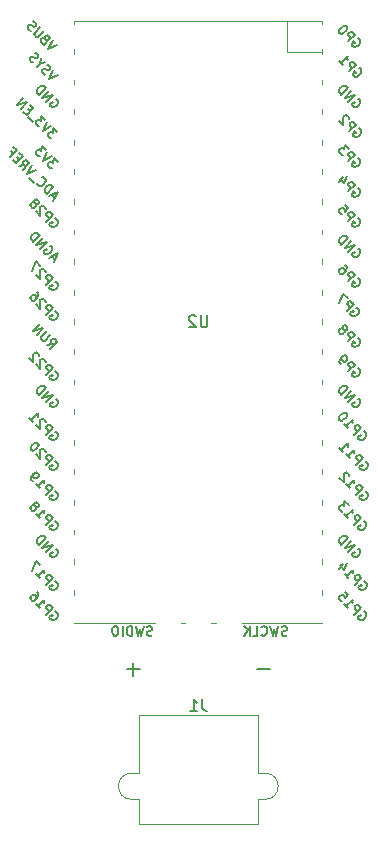
<source format=gbo>
%TF.GenerationSoftware,KiCad,Pcbnew,7.0.9*%
%TF.CreationDate,2023-11-24T17:14:23+00:00*%
%TF.ProjectId,12v-jelly,3132762d-6a65-46c6-9c79-2e6b69636164,rev?*%
%TF.SameCoordinates,Original*%
%TF.FileFunction,Legend,Bot*%
%TF.FilePolarity,Positive*%
%FSLAX46Y46*%
G04 Gerber Fmt 4.6, Leading zero omitted, Abs format (unit mm)*
G04 Created by KiCad (PCBNEW 7.0.9) date 2023-11-24 17:14:23*
%MOMM*%
%LPD*%
G01*
G04 APERTURE LIST*
%ADD10C,0.150000*%
%ADD11C,0.120000*%
G04 APERTURE END LIST*
D10*
X80761904Y-45454819D02*
X80761904Y-46264342D01*
X80761904Y-46264342D02*
X80714285Y-46359580D01*
X80714285Y-46359580D02*
X80666666Y-46407200D01*
X80666666Y-46407200D02*
X80571428Y-46454819D01*
X80571428Y-46454819D02*
X80380952Y-46454819D01*
X80380952Y-46454819D02*
X80285714Y-46407200D01*
X80285714Y-46407200D02*
X80238095Y-46359580D01*
X80238095Y-46359580D02*
X80190476Y-46264342D01*
X80190476Y-46264342D02*
X80190476Y-45454819D01*
X79761904Y-45550057D02*
X79714285Y-45502438D01*
X79714285Y-45502438D02*
X79619047Y-45454819D01*
X79619047Y-45454819D02*
X79380952Y-45454819D01*
X79380952Y-45454819D02*
X79285714Y-45502438D01*
X79285714Y-45502438D02*
X79238095Y-45550057D01*
X79238095Y-45550057D02*
X79190476Y-45645295D01*
X79190476Y-45645295D02*
X79190476Y-45740533D01*
X79190476Y-45740533D02*
X79238095Y-45883390D01*
X79238095Y-45883390D02*
X79809523Y-46454819D01*
X79809523Y-46454819D02*
X79190476Y-46454819D01*
X93486627Y-34691494D02*
X93567439Y-34718431D01*
X93567439Y-34718431D02*
X93648251Y-34799243D01*
X93648251Y-34799243D02*
X93702126Y-34906993D01*
X93702126Y-34906993D02*
X93702126Y-35014742D01*
X93702126Y-35014742D02*
X93675189Y-35095555D01*
X93675189Y-35095555D02*
X93594376Y-35230242D01*
X93594376Y-35230242D02*
X93513564Y-35311054D01*
X93513564Y-35311054D02*
X93378877Y-35391866D01*
X93378877Y-35391866D02*
X93298065Y-35418803D01*
X93298065Y-35418803D02*
X93190315Y-35418803D01*
X93190315Y-35418803D02*
X93082566Y-35364929D01*
X93082566Y-35364929D02*
X93028691Y-35311054D01*
X93028691Y-35311054D02*
X92974816Y-35203304D01*
X92974816Y-35203304D02*
X92974816Y-35149429D01*
X92974816Y-35149429D02*
X93163378Y-34960868D01*
X93163378Y-34960868D02*
X93271128Y-35068617D01*
X92678505Y-34960868D02*
X93244190Y-34395182D01*
X93244190Y-34395182D02*
X93028691Y-34179683D01*
X93028691Y-34179683D02*
X92947879Y-34152746D01*
X92947879Y-34152746D02*
X92894004Y-34152746D01*
X92894004Y-34152746D02*
X92813192Y-34179683D01*
X92813192Y-34179683D02*
X92732380Y-34260495D01*
X92732380Y-34260495D02*
X92705442Y-34341307D01*
X92705442Y-34341307D02*
X92705442Y-34395182D01*
X92705442Y-34395182D02*
X92732380Y-34475994D01*
X92732380Y-34475994D02*
X92947879Y-34691494D01*
X92247506Y-33775622D02*
X91870383Y-34152746D01*
X92597693Y-33694810D02*
X92328319Y-34233558D01*
X92328319Y-34233558D02*
X91978132Y-33883372D01*
X67844935Y-35534049D02*
X67575561Y-35264675D01*
X67737186Y-35749549D02*
X68114309Y-34995301D01*
X68114309Y-34995301D02*
X67360062Y-35372425D01*
X67171500Y-35183863D02*
X67737186Y-34618178D01*
X67737186Y-34618178D02*
X67602499Y-34483491D01*
X67602499Y-34483491D02*
X67494749Y-34429616D01*
X67494749Y-34429616D02*
X67387000Y-34429616D01*
X67387000Y-34429616D02*
X67306187Y-34456553D01*
X67306187Y-34456553D02*
X67171500Y-34537366D01*
X67171500Y-34537366D02*
X67090688Y-34618178D01*
X67090688Y-34618178D02*
X67009876Y-34752865D01*
X67009876Y-34752865D02*
X66982939Y-34833677D01*
X66982939Y-34833677D02*
X66982939Y-34941427D01*
X66982939Y-34941427D02*
X67036813Y-35049176D01*
X67036813Y-35049176D02*
X67171500Y-35183863D01*
X66336441Y-34241054D02*
X66336441Y-34294929D01*
X66336441Y-34294929D02*
X66390316Y-34402679D01*
X66390316Y-34402679D02*
X66444191Y-34456553D01*
X66444191Y-34456553D02*
X66551940Y-34510428D01*
X66551940Y-34510428D02*
X66659690Y-34510428D01*
X66659690Y-34510428D02*
X66740502Y-34483491D01*
X66740502Y-34483491D02*
X66875189Y-34402679D01*
X66875189Y-34402679D02*
X66956001Y-34321866D01*
X66956001Y-34321866D02*
X67036813Y-34187179D01*
X67036813Y-34187179D02*
X67063751Y-34106367D01*
X67063751Y-34106367D02*
X67063751Y-33998618D01*
X67063751Y-33998618D02*
X67009876Y-33890868D01*
X67009876Y-33890868D02*
X66956001Y-33836993D01*
X66956001Y-33836993D02*
X66848252Y-33783118D01*
X66848252Y-33783118D02*
X66794377Y-33783118D01*
X66120942Y-34241054D02*
X65689943Y-33810056D01*
X66255629Y-33136621D02*
X65501381Y-33513744D01*
X65501381Y-33513744D02*
X65878505Y-32759497D01*
X64801009Y-32813372D02*
X65258945Y-32732560D01*
X65124258Y-33136621D02*
X65689943Y-32570935D01*
X65689943Y-32570935D02*
X65474444Y-32355436D01*
X65474444Y-32355436D02*
X65393632Y-32328499D01*
X65393632Y-32328499D02*
X65339757Y-32328499D01*
X65339757Y-32328499D02*
X65258945Y-32355436D01*
X65258945Y-32355436D02*
X65178133Y-32436248D01*
X65178133Y-32436248D02*
X65151195Y-32517061D01*
X65151195Y-32517061D02*
X65151195Y-32570935D01*
X65151195Y-32570935D02*
X65178133Y-32651748D01*
X65178133Y-32651748D02*
X65393632Y-32867247D01*
X64854884Y-32274624D02*
X64666322Y-32086062D01*
X64289199Y-32301561D02*
X64558573Y-32570935D01*
X64558573Y-32570935D02*
X65124258Y-32005250D01*
X65124258Y-32005250D02*
X64854884Y-31735876D01*
X64154511Y-31574251D02*
X64343073Y-31762813D01*
X64046762Y-32059125D02*
X64612447Y-31493439D01*
X64612447Y-31493439D02*
X64343073Y-31224065D01*
X93386627Y-44821494D02*
X93467439Y-44848431D01*
X93467439Y-44848431D02*
X93548251Y-44929243D01*
X93548251Y-44929243D02*
X93602126Y-45036993D01*
X93602126Y-45036993D02*
X93602126Y-45144742D01*
X93602126Y-45144742D02*
X93575189Y-45225555D01*
X93575189Y-45225555D02*
X93494376Y-45360242D01*
X93494376Y-45360242D02*
X93413564Y-45441054D01*
X93413564Y-45441054D02*
X93278877Y-45521866D01*
X93278877Y-45521866D02*
X93198065Y-45548803D01*
X93198065Y-45548803D02*
X93090315Y-45548803D01*
X93090315Y-45548803D02*
X92982566Y-45494929D01*
X92982566Y-45494929D02*
X92928691Y-45441054D01*
X92928691Y-45441054D02*
X92874816Y-45333304D01*
X92874816Y-45333304D02*
X92874816Y-45279429D01*
X92874816Y-45279429D02*
X93063378Y-45090868D01*
X93063378Y-45090868D02*
X93171128Y-45198617D01*
X92578505Y-45090868D02*
X93144190Y-44525182D01*
X93144190Y-44525182D02*
X92928691Y-44309683D01*
X92928691Y-44309683D02*
X92847879Y-44282746D01*
X92847879Y-44282746D02*
X92794004Y-44282746D01*
X92794004Y-44282746D02*
X92713192Y-44309683D01*
X92713192Y-44309683D02*
X92632380Y-44390495D01*
X92632380Y-44390495D02*
X92605442Y-44471307D01*
X92605442Y-44471307D02*
X92605442Y-44525182D01*
X92605442Y-44525182D02*
X92632380Y-44605994D01*
X92632380Y-44605994D02*
X92847879Y-44821494D01*
X92632380Y-44013372D02*
X92255256Y-43636248D01*
X92255256Y-43636248D02*
X91932007Y-44444370D01*
X68077592Y-29958584D02*
X67727406Y-29608398D01*
X67727406Y-29608398D02*
X67700468Y-30012459D01*
X67700468Y-30012459D02*
X67619656Y-29931646D01*
X67619656Y-29931646D02*
X67538844Y-29904709D01*
X67538844Y-29904709D02*
X67484969Y-29904709D01*
X67484969Y-29904709D02*
X67404157Y-29931646D01*
X67404157Y-29931646D02*
X67269470Y-30066333D01*
X67269470Y-30066333D02*
X67242532Y-30147146D01*
X67242532Y-30147146D02*
X67242532Y-30201020D01*
X67242532Y-30201020D02*
X67269470Y-30281833D01*
X67269470Y-30281833D02*
X67431094Y-30443457D01*
X67431094Y-30443457D02*
X67511906Y-30470394D01*
X67511906Y-30470394D02*
X67565781Y-30470394D01*
X67565781Y-29446773D02*
X66811534Y-29823897D01*
X66811534Y-29823897D02*
X67188657Y-29069649D01*
X67053971Y-28934963D02*
X66703784Y-28584776D01*
X66703784Y-28584776D02*
X66676847Y-28988837D01*
X66676847Y-28988837D02*
X66596035Y-28908025D01*
X66596035Y-28908025D02*
X66515223Y-28881088D01*
X66515223Y-28881088D02*
X66461348Y-28881088D01*
X66461348Y-28881088D02*
X66380535Y-28908025D01*
X66380535Y-28908025D02*
X66245848Y-29042712D01*
X66245848Y-29042712D02*
X66218911Y-29123524D01*
X66218911Y-29123524D02*
X66218911Y-29177399D01*
X66218911Y-29177399D02*
X66245848Y-29258211D01*
X66245848Y-29258211D02*
X66407473Y-29419836D01*
X66407473Y-29419836D02*
X66488285Y-29446773D01*
X66488285Y-29446773D02*
X66542160Y-29446773D01*
X65976474Y-29096587D02*
X65545476Y-28665588D01*
X65760975Y-28180715D02*
X65572413Y-27992153D01*
X65195290Y-28207652D02*
X65464664Y-28477026D01*
X65464664Y-28477026D02*
X66030349Y-27911341D01*
X66030349Y-27911341D02*
X65760975Y-27641967D01*
X64952853Y-27965215D02*
X65518538Y-27399530D01*
X65518538Y-27399530D02*
X64629604Y-27641967D01*
X64629604Y-27641967D02*
X65195289Y-27076281D01*
X93513564Y-52498431D02*
X93594376Y-52525368D01*
X93594376Y-52525368D02*
X93675188Y-52606180D01*
X93675188Y-52606180D02*
X93729063Y-52713930D01*
X93729063Y-52713930D02*
X93729063Y-52821680D01*
X93729063Y-52821680D02*
X93702126Y-52902492D01*
X93702126Y-52902492D02*
X93621314Y-53037179D01*
X93621314Y-53037179D02*
X93540501Y-53117991D01*
X93540501Y-53117991D02*
X93405814Y-53198803D01*
X93405814Y-53198803D02*
X93325002Y-53225741D01*
X93325002Y-53225741D02*
X93217253Y-53225741D01*
X93217253Y-53225741D02*
X93109503Y-53171866D01*
X93109503Y-53171866D02*
X93055628Y-53117991D01*
X93055628Y-53117991D02*
X93001753Y-53010241D01*
X93001753Y-53010241D02*
X93001753Y-52956367D01*
X93001753Y-52956367D02*
X93190315Y-52767805D01*
X93190315Y-52767805D02*
X93298065Y-52875554D01*
X92705442Y-52767805D02*
X93271127Y-52202119D01*
X93271127Y-52202119D02*
X92382193Y-52444556D01*
X92382193Y-52444556D02*
X92947879Y-51878871D01*
X92112819Y-52175182D02*
X92678505Y-51609497D01*
X92678505Y-51609497D02*
X92543818Y-51474810D01*
X92543818Y-51474810D02*
X92436068Y-51420935D01*
X92436068Y-51420935D02*
X92328319Y-51420935D01*
X92328319Y-51420935D02*
X92247506Y-51447872D01*
X92247506Y-51447872D02*
X92112819Y-51528685D01*
X92112819Y-51528685D02*
X92032007Y-51609497D01*
X92032007Y-51609497D02*
X91951195Y-51744184D01*
X91951195Y-51744184D02*
X91924258Y-51824996D01*
X91924258Y-51824996D02*
X91924258Y-51932746D01*
X91924258Y-51932746D02*
X91978132Y-52040495D01*
X91978132Y-52040495D02*
X92112819Y-52175182D01*
X93513564Y-65198431D02*
X93594376Y-65225368D01*
X93594376Y-65225368D02*
X93675188Y-65306180D01*
X93675188Y-65306180D02*
X93729063Y-65413930D01*
X93729063Y-65413930D02*
X93729063Y-65521680D01*
X93729063Y-65521680D02*
X93702126Y-65602492D01*
X93702126Y-65602492D02*
X93621314Y-65737179D01*
X93621314Y-65737179D02*
X93540501Y-65817991D01*
X93540501Y-65817991D02*
X93405814Y-65898803D01*
X93405814Y-65898803D02*
X93325002Y-65925741D01*
X93325002Y-65925741D02*
X93217253Y-65925741D01*
X93217253Y-65925741D02*
X93109503Y-65871866D01*
X93109503Y-65871866D02*
X93055628Y-65817991D01*
X93055628Y-65817991D02*
X93001753Y-65710241D01*
X93001753Y-65710241D02*
X93001753Y-65656367D01*
X93001753Y-65656367D02*
X93190315Y-65467805D01*
X93190315Y-65467805D02*
X93298065Y-65575554D01*
X92705442Y-65467805D02*
X93271127Y-64902119D01*
X93271127Y-64902119D02*
X92382193Y-65144556D01*
X92382193Y-65144556D02*
X92947879Y-64578871D01*
X92112819Y-64875182D02*
X92678505Y-64309497D01*
X92678505Y-64309497D02*
X92543818Y-64174810D01*
X92543818Y-64174810D02*
X92436068Y-64120935D01*
X92436068Y-64120935D02*
X92328319Y-64120935D01*
X92328319Y-64120935D02*
X92247506Y-64147872D01*
X92247506Y-64147872D02*
X92112819Y-64228685D01*
X92112819Y-64228685D02*
X92032007Y-64309497D01*
X92032007Y-64309497D02*
X91951195Y-64444184D01*
X91951195Y-64444184D02*
X91924258Y-64524996D01*
X91924258Y-64524996D02*
X91924258Y-64632746D01*
X91924258Y-64632746D02*
X91978132Y-64740495D01*
X91978132Y-64740495D02*
X92112819Y-64875182D01*
X76095238Y-72524200D02*
X75980952Y-72562295D01*
X75980952Y-72562295D02*
X75790476Y-72562295D01*
X75790476Y-72562295D02*
X75714285Y-72524200D01*
X75714285Y-72524200D02*
X75676190Y-72486104D01*
X75676190Y-72486104D02*
X75638095Y-72409914D01*
X75638095Y-72409914D02*
X75638095Y-72333723D01*
X75638095Y-72333723D02*
X75676190Y-72257533D01*
X75676190Y-72257533D02*
X75714285Y-72219438D01*
X75714285Y-72219438D02*
X75790476Y-72181342D01*
X75790476Y-72181342D02*
X75942857Y-72143247D01*
X75942857Y-72143247D02*
X76019047Y-72105152D01*
X76019047Y-72105152D02*
X76057142Y-72067057D01*
X76057142Y-72067057D02*
X76095238Y-71990866D01*
X76095238Y-71990866D02*
X76095238Y-71914676D01*
X76095238Y-71914676D02*
X76057142Y-71838485D01*
X76057142Y-71838485D02*
X76019047Y-71800390D01*
X76019047Y-71800390D02*
X75942857Y-71762295D01*
X75942857Y-71762295D02*
X75752380Y-71762295D01*
X75752380Y-71762295D02*
X75638095Y-71800390D01*
X75371428Y-71762295D02*
X75180952Y-72562295D01*
X75180952Y-72562295D02*
X75028571Y-71990866D01*
X75028571Y-71990866D02*
X74876190Y-72562295D01*
X74876190Y-72562295D02*
X74685714Y-71762295D01*
X74380951Y-72562295D02*
X74380951Y-71762295D01*
X74380951Y-71762295D02*
X74190475Y-71762295D01*
X74190475Y-71762295D02*
X74076189Y-71800390D01*
X74076189Y-71800390D02*
X73999999Y-71876580D01*
X73999999Y-71876580D02*
X73961904Y-71952771D01*
X73961904Y-71952771D02*
X73923808Y-72105152D01*
X73923808Y-72105152D02*
X73923808Y-72219438D01*
X73923808Y-72219438D02*
X73961904Y-72371819D01*
X73961904Y-72371819D02*
X73999999Y-72448009D01*
X73999999Y-72448009D02*
X74076189Y-72524200D01*
X74076189Y-72524200D02*
X74190475Y-72562295D01*
X74190475Y-72562295D02*
X74380951Y-72562295D01*
X73580951Y-72562295D02*
X73580951Y-71762295D01*
X73047618Y-71762295D02*
X72895237Y-71762295D01*
X72895237Y-71762295D02*
X72819047Y-71800390D01*
X72819047Y-71800390D02*
X72742856Y-71876580D01*
X72742856Y-71876580D02*
X72704761Y-72028961D01*
X72704761Y-72028961D02*
X72704761Y-72295628D01*
X72704761Y-72295628D02*
X72742856Y-72448009D01*
X72742856Y-72448009D02*
X72819047Y-72524200D01*
X72819047Y-72524200D02*
X72895237Y-72562295D01*
X72895237Y-72562295D02*
X73047618Y-72562295D01*
X73047618Y-72562295D02*
X73123809Y-72524200D01*
X73123809Y-72524200D02*
X73199999Y-72448009D01*
X73199999Y-72448009D02*
X73238095Y-72295628D01*
X73238095Y-72295628D02*
X73238095Y-72028961D01*
X73238095Y-72028961D02*
X73199999Y-71876580D01*
X73199999Y-71876580D02*
X73123809Y-71800390D01*
X73123809Y-71800390D02*
X73047618Y-71762295D01*
X93486627Y-49931494D02*
X93567439Y-49958431D01*
X93567439Y-49958431D02*
X93648251Y-50039243D01*
X93648251Y-50039243D02*
X93702126Y-50146993D01*
X93702126Y-50146993D02*
X93702126Y-50254742D01*
X93702126Y-50254742D02*
X93675189Y-50335555D01*
X93675189Y-50335555D02*
X93594376Y-50470242D01*
X93594376Y-50470242D02*
X93513564Y-50551054D01*
X93513564Y-50551054D02*
X93378877Y-50631866D01*
X93378877Y-50631866D02*
X93298065Y-50658803D01*
X93298065Y-50658803D02*
X93190315Y-50658803D01*
X93190315Y-50658803D02*
X93082566Y-50604929D01*
X93082566Y-50604929D02*
X93028691Y-50551054D01*
X93028691Y-50551054D02*
X92974816Y-50443304D01*
X92974816Y-50443304D02*
X92974816Y-50389429D01*
X92974816Y-50389429D02*
X93163378Y-50200868D01*
X93163378Y-50200868D02*
X93271128Y-50308617D01*
X92678505Y-50200868D02*
X93244190Y-49635182D01*
X93244190Y-49635182D02*
X93028691Y-49419683D01*
X93028691Y-49419683D02*
X92947879Y-49392746D01*
X92947879Y-49392746D02*
X92894004Y-49392746D01*
X92894004Y-49392746D02*
X92813192Y-49419683D01*
X92813192Y-49419683D02*
X92732380Y-49500495D01*
X92732380Y-49500495D02*
X92705442Y-49581307D01*
X92705442Y-49581307D02*
X92705442Y-49635182D01*
X92705442Y-49635182D02*
X92732380Y-49715994D01*
X92732380Y-49715994D02*
X92947879Y-49931494D01*
X92085882Y-49608245D02*
X91978132Y-49500495D01*
X91978132Y-49500495D02*
X91951195Y-49419683D01*
X91951195Y-49419683D02*
X91951195Y-49365808D01*
X91951195Y-49365808D02*
X91978132Y-49231121D01*
X91978132Y-49231121D02*
X92058945Y-49096434D01*
X92058945Y-49096434D02*
X92274444Y-48880935D01*
X92274444Y-48880935D02*
X92355256Y-48853998D01*
X92355256Y-48853998D02*
X92409131Y-48853998D01*
X92409131Y-48853998D02*
X92489943Y-48880935D01*
X92489943Y-48880935D02*
X92597693Y-48988685D01*
X92597693Y-48988685D02*
X92624630Y-49069497D01*
X92624630Y-49069497D02*
X92624630Y-49123372D01*
X92624630Y-49123372D02*
X92597693Y-49204184D01*
X92597693Y-49204184D02*
X92463006Y-49338871D01*
X92463006Y-49338871D02*
X92382193Y-49365808D01*
X92382193Y-49365808D02*
X92328319Y-49365808D01*
X92328319Y-49365808D02*
X92247506Y-49338871D01*
X92247506Y-49338871D02*
X92139757Y-49231121D01*
X92139757Y-49231121D02*
X92112819Y-49150309D01*
X92112819Y-49150309D02*
X92112819Y-49096434D01*
X92112819Y-49096434D02*
X92139757Y-49015622D01*
X67902001Y-67980868D02*
X67982814Y-68007805D01*
X67982814Y-68007805D02*
X68063626Y-68088618D01*
X68063626Y-68088618D02*
X68117501Y-68196367D01*
X68117501Y-68196367D02*
X68117501Y-68304117D01*
X68117501Y-68304117D02*
X68090563Y-68384929D01*
X68090563Y-68384929D02*
X68009751Y-68519616D01*
X68009751Y-68519616D02*
X67928939Y-68600428D01*
X67928939Y-68600428D02*
X67794252Y-68681241D01*
X67794252Y-68681241D02*
X67713439Y-68708178D01*
X67713439Y-68708178D02*
X67605690Y-68708178D01*
X67605690Y-68708178D02*
X67497940Y-68654303D01*
X67497940Y-68654303D02*
X67444065Y-68600428D01*
X67444065Y-68600428D02*
X67390191Y-68492679D01*
X67390191Y-68492679D02*
X67390191Y-68438804D01*
X67390191Y-68438804D02*
X67578752Y-68250242D01*
X67578752Y-68250242D02*
X67686502Y-68357992D01*
X67093879Y-68250242D02*
X67659565Y-67684557D01*
X67659565Y-67684557D02*
X67444065Y-67469057D01*
X67444065Y-67469057D02*
X67363253Y-67442120D01*
X67363253Y-67442120D02*
X67309378Y-67442120D01*
X67309378Y-67442120D02*
X67228566Y-67469057D01*
X67228566Y-67469057D02*
X67147754Y-67549870D01*
X67147754Y-67549870D02*
X67120817Y-67630682D01*
X67120817Y-67630682D02*
X67120817Y-67684557D01*
X67120817Y-67684557D02*
X67147754Y-67765369D01*
X67147754Y-67765369D02*
X67363253Y-67980868D01*
X66231882Y-67388245D02*
X66555131Y-67711494D01*
X66393507Y-67549870D02*
X66959192Y-66984184D01*
X66959192Y-66984184D02*
X66932255Y-67118871D01*
X66932255Y-67118871D02*
X66932255Y-67226621D01*
X66932255Y-67226621D02*
X66959192Y-67307433D01*
X66609006Y-66633998D02*
X66231882Y-66256874D01*
X66231882Y-66256874D02*
X65908633Y-67064996D01*
X94156001Y-60360868D02*
X94236814Y-60387805D01*
X94236814Y-60387805D02*
X94317626Y-60468618D01*
X94317626Y-60468618D02*
X94371501Y-60576367D01*
X94371501Y-60576367D02*
X94371501Y-60684117D01*
X94371501Y-60684117D02*
X94344563Y-60764929D01*
X94344563Y-60764929D02*
X94263751Y-60899616D01*
X94263751Y-60899616D02*
X94182939Y-60980428D01*
X94182939Y-60980428D02*
X94048252Y-61061241D01*
X94048252Y-61061241D02*
X93967439Y-61088178D01*
X93967439Y-61088178D02*
X93859690Y-61088178D01*
X93859690Y-61088178D02*
X93751940Y-61034303D01*
X93751940Y-61034303D02*
X93698065Y-60980428D01*
X93698065Y-60980428D02*
X93644191Y-60872679D01*
X93644191Y-60872679D02*
X93644191Y-60818804D01*
X93644191Y-60818804D02*
X93832752Y-60630242D01*
X93832752Y-60630242D02*
X93940502Y-60737992D01*
X93347879Y-60630242D02*
X93913565Y-60064557D01*
X93913565Y-60064557D02*
X93698065Y-59849057D01*
X93698065Y-59849057D02*
X93617253Y-59822120D01*
X93617253Y-59822120D02*
X93563378Y-59822120D01*
X93563378Y-59822120D02*
X93482566Y-59849057D01*
X93482566Y-59849057D02*
X93401754Y-59929870D01*
X93401754Y-59929870D02*
X93374817Y-60010682D01*
X93374817Y-60010682D02*
X93374817Y-60064557D01*
X93374817Y-60064557D02*
X93401754Y-60145369D01*
X93401754Y-60145369D02*
X93617253Y-60360868D01*
X92485882Y-59768245D02*
X92809131Y-60091494D01*
X92647507Y-59929870D02*
X93213192Y-59364184D01*
X93213192Y-59364184D02*
X93186255Y-59498871D01*
X93186255Y-59498871D02*
X93186255Y-59606621D01*
X93186255Y-59606621D02*
X93213192Y-59687433D01*
X92782194Y-59040935D02*
X92782194Y-58987060D01*
X92782194Y-58987060D02*
X92755256Y-58906248D01*
X92755256Y-58906248D02*
X92620569Y-58771561D01*
X92620569Y-58771561D02*
X92539757Y-58744624D01*
X92539757Y-58744624D02*
X92485882Y-58744624D01*
X92485882Y-58744624D02*
X92405070Y-58771561D01*
X92405070Y-58771561D02*
X92351195Y-58825436D01*
X92351195Y-58825436D02*
X92297320Y-58933186D01*
X92297320Y-58933186D02*
X92297320Y-59579683D01*
X92297320Y-59579683D02*
X91947134Y-59229497D01*
X94156001Y-57820868D02*
X94236814Y-57847805D01*
X94236814Y-57847805D02*
X94317626Y-57928618D01*
X94317626Y-57928618D02*
X94371501Y-58036367D01*
X94371501Y-58036367D02*
X94371501Y-58144117D01*
X94371501Y-58144117D02*
X94344563Y-58224929D01*
X94344563Y-58224929D02*
X94263751Y-58359616D01*
X94263751Y-58359616D02*
X94182939Y-58440428D01*
X94182939Y-58440428D02*
X94048252Y-58521241D01*
X94048252Y-58521241D02*
X93967439Y-58548178D01*
X93967439Y-58548178D02*
X93859690Y-58548178D01*
X93859690Y-58548178D02*
X93751940Y-58494303D01*
X93751940Y-58494303D02*
X93698065Y-58440428D01*
X93698065Y-58440428D02*
X93644191Y-58332679D01*
X93644191Y-58332679D02*
X93644191Y-58278804D01*
X93644191Y-58278804D02*
X93832752Y-58090242D01*
X93832752Y-58090242D02*
X93940502Y-58197992D01*
X93347879Y-58090242D02*
X93913565Y-57524557D01*
X93913565Y-57524557D02*
X93698065Y-57309057D01*
X93698065Y-57309057D02*
X93617253Y-57282120D01*
X93617253Y-57282120D02*
X93563378Y-57282120D01*
X93563378Y-57282120D02*
X93482566Y-57309057D01*
X93482566Y-57309057D02*
X93401754Y-57389870D01*
X93401754Y-57389870D02*
X93374817Y-57470682D01*
X93374817Y-57470682D02*
X93374817Y-57524557D01*
X93374817Y-57524557D02*
X93401754Y-57605369D01*
X93401754Y-57605369D02*
X93617253Y-57820868D01*
X92485882Y-57228245D02*
X92809131Y-57551494D01*
X92647507Y-57389870D02*
X93213192Y-56824184D01*
X93213192Y-56824184D02*
X93186255Y-56958871D01*
X93186255Y-56958871D02*
X93186255Y-57066621D01*
X93186255Y-57066621D02*
X93213192Y-57147433D01*
X91947134Y-56689497D02*
X92270383Y-57012746D01*
X92108759Y-56851121D02*
X92674444Y-56285436D01*
X92674444Y-56285436D02*
X92647507Y-56420123D01*
X92647507Y-56420123D02*
X92647507Y-56527873D01*
X92647507Y-56527873D02*
X92674444Y-56608685D01*
X67902001Y-50200868D02*
X67982814Y-50227805D01*
X67982814Y-50227805D02*
X68063626Y-50308618D01*
X68063626Y-50308618D02*
X68117501Y-50416367D01*
X68117501Y-50416367D02*
X68117501Y-50524117D01*
X68117501Y-50524117D02*
X68090563Y-50604929D01*
X68090563Y-50604929D02*
X68009751Y-50739616D01*
X68009751Y-50739616D02*
X67928939Y-50820428D01*
X67928939Y-50820428D02*
X67794252Y-50901241D01*
X67794252Y-50901241D02*
X67713439Y-50928178D01*
X67713439Y-50928178D02*
X67605690Y-50928178D01*
X67605690Y-50928178D02*
X67497940Y-50874303D01*
X67497940Y-50874303D02*
X67444065Y-50820428D01*
X67444065Y-50820428D02*
X67390191Y-50712679D01*
X67390191Y-50712679D02*
X67390191Y-50658804D01*
X67390191Y-50658804D02*
X67578752Y-50470242D01*
X67578752Y-50470242D02*
X67686502Y-50577992D01*
X67093879Y-50470242D02*
X67659565Y-49904557D01*
X67659565Y-49904557D02*
X67444065Y-49689057D01*
X67444065Y-49689057D02*
X67363253Y-49662120D01*
X67363253Y-49662120D02*
X67309378Y-49662120D01*
X67309378Y-49662120D02*
X67228566Y-49689057D01*
X67228566Y-49689057D02*
X67147754Y-49769870D01*
X67147754Y-49769870D02*
X67120817Y-49850682D01*
X67120817Y-49850682D02*
X67120817Y-49904557D01*
X67120817Y-49904557D02*
X67147754Y-49985369D01*
X67147754Y-49985369D02*
X67363253Y-50200868D01*
X67066942Y-49419683D02*
X67066942Y-49365809D01*
X67066942Y-49365809D02*
X67040004Y-49284996D01*
X67040004Y-49284996D02*
X66905317Y-49150309D01*
X66905317Y-49150309D02*
X66824505Y-49123372D01*
X66824505Y-49123372D02*
X66770630Y-49123372D01*
X66770630Y-49123372D02*
X66689818Y-49150309D01*
X66689818Y-49150309D02*
X66635943Y-49204184D01*
X66635943Y-49204184D02*
X66582069Y-49311934D01*
X66582069Y-49311934D02*
X66582069Y-49958431D01*
X66582069Y-49958431D02*
X66231882Y-49608245D01*
X66528194Y-48880935D02*
X66528194Y-48827060D01*
X66528194Y-48827060D02*
X66501256Y-48746248D01*
X66501256Y-48746248D02*
X66366569Y-48611561D01*
X66366569Y-48611561D02*
X66285757Y-48584624D01*
X66285757Y-48584624D02*
X66231882Y-48584624D01*
X66231882Y-48584624D02*
X66151070Y-48611561D01*
X66151070Y-48611561D02*
X66097195Y-48665436D01*
X66097195Y-48665436D02*
X66043320Y-48773186D01*
X66043320Y-48773186D02*
X66043320Y-49419683D01*
X66043320Y-49419683D02*
X65693134Y-49069497D01*
X93486627Y-42311494D02*
X93567439Y-42338431D01*
X93567439Y-42338431D02*
X93648251Y-42419243D01*
X93648251Y-42419243D02*
X93702126Y-42526993D01*
X93702126Y-42526993D02*
X93702126Y-42634742D01*
X93702126Y-42634742D02*
X93675189Y-42715555D01*
X93675189Y-42715555D02*
X93594376Y-42850242D01*
X93594376Y-42850242D02*
X93513564Y-42931054D01*
X93513564Y-42931054D02*
X93378877Y-43011866D01*
X93378877Y-43011866D02*
X93298065Y-43038803D01*
X93298065Y-43038803D02*
X93190315Y-43038803D01*
X93190315Y-43038803D02*
X93082566Y-42984929D01*
X93082566Y-42984929D02*
X93028691Y-42931054D01*
X93028691Y-42931054D02*
X92974816Y-42823304D01*
X92974816Y-42823304D02*
X92974816Y-42769429D01*
X92974816Y-42769429D02*
X93163378Y-42580868D01*
X93163378Y-42580868D02*
X93271128Y-42688617D01*
X92678505Y-42580868D02*
X93244190Y-42015182D01*
X93244190Y-42015182D02*
X93028691Y-41799683D01*
X93028691Y-41799683D02*
X92947879Y-41772746D01*
X92947879Y-41772746D02*
X92894004Y-41772746D01*
X92894004Y-41772746D02*
X92813192Y-41799683D01*
X92813192Y-41799683D02*
X92732380Y-41880495D01*
X92732380Y-41880495D02*
X92705442Y-41961307D01*
X92705442Y-41961307D02*
X92705442Y-42015182D01*
X92705442Y-42015182D02*
X92732380Y-42095994D01*
X92732380Y-42095994D02*
X92947879Y-42311494D01*
X92436068Y-41207060D02*
X92543818Y-41314810D01*
X92543818Y-41314810D02*
X92570755Y-41395622D01*
X92570755Y-41395622D02*
X92570755Y-41449497D01*
X92570755Y-41449497D02*
X92543818Y-41584184D01*
X92543818Y-41584184D02*
X92463006Y-41718871D01*
X92463006Y-41718871D02*
X92247506Y-41934370D01*
X92247506Y-41934370D02*
X92166694Y-41961307D01*
X92166694Y-41961307D02*
X92112819Y-41961307D01*
X92112819Y-41961307D02*
X92032007Y-41934370D01*
X92032007Y-41934370D02*
X91924258Y-41826620D01*
X91924258Y-41826620D02*
X91897320Y-41745808D01*
X91897320Y-41745808D02*
X91897320Y-41691933D01*
X91897320Y-41691933D02*
X91924258Y-41611121D01*
X91924258Y-41611121D02*
X92058945Y-41476434D01*
X92058945Y-41476434D02*
X92139757Y-41449497D01*
X92139757Y-41449497D02*
X92193632Y-41449497D01*
X92193632Y-41449497D02*
X92274444Y-41476434D01*
X92274444Y-41476434D02*
X92382193Y-41584184D01*
X92382193Y-41584184D02*
X92409131Y-41664996D01*
X92409131Y-41664996D02*
X92409131Y-41718871D01*
X92409131Y-41718871D02*
X92382193Y-41799683D01*
X67161348Y-47943710D02*
X67619283Y-47862898D01*
X67484596Y-48266959D02*
X68050282Y-47701274D01*
X68050282Y-47701274D02*
X67834783Y-47485775D01*
X67834783Y-47485775D02*
X67753970Y-47458837D01*
X67753970Y-47458837D02*
X67700096Y-47458837D01*
X67700096Y-47458837D02*
X67619283Y-47485775D01*
X67619283Y-47485775D02*
X67538471Y-47566587D01*
X67538471Y-47566587D02*
X67511534Y-47647399D01*
X67511534Y-47647399D02*
X67511534Y-47701274D01*
X67511534Y-47701274D02*
X67538471Y-47782086D01*
X67538471Y-47782086D02*
X67753970Y-47997585D01*
X67484596Y-47135588D02*
X67026661Y-47593524D01*
X67026661Y-47593524D02*
X66945848Y-47620462D01*
X66945848Y-47620462D02*
X66891974Y-47620462D01*
X66891974Y-47620462D02*
X66811161Y-47593524D01*
X66811161Y-47593524D02*
X66703412Y-47485775D01*
X66703412Y-47485775D02*
X66676474Y-47404962D01*
X66676474Y-47404962D02*
X66676474Y-47351088D01*
X66676474Y-47351088D02*
X66703412Y-47270275D01*
X66703412Y-47270275D02*
X67161348Y-46812340D01*
X66326288Y-47108651D02*
X66891974Y-46542966D01*
X66891974Y-46542966D02*
X66003040Y-46785402D01*
X66003040Y-46785402D02*
X66568725Y-46219717D01*
X93486627Y-32151494D02*
X93567439Y-32178431D01*
X93567439Y-32178431D02*
X93648251Y-32259243D01*
X93648251Y-32259243D02*
X93702126Y-32366993D01*
X93702126Y-32366993D02*
X93702126Y-32474742D01*
X93702126Y-32474742D02*
X93675189Y-32555555D01*
X93675189Y-32555555D02*
X93594376Y-32690242D01*
X93594376Y-32690242D02*
X93513564Y-32771054D01*
X93513564Y-32771054D02*
X93378877Y-32851866D01*
X93378877Y-32851866D02*
X93298065Y-32878803D01*
X93298065Y-32878803D02*
X93190315Y-32878803D01*
X93190315Y-32878803D02*
X93082566Y-32824929D01*
X93082566Y-32824929D02*
X93028691Y-32771054D01*
X93028691Y-32771054D02*
X92974816Y-32663304D01*
X92974816Y-32663304D02*
X92974816Y-32609429D01*
X92974816Y-32609429D02*
X93163378Y-32420868D01*
X93163378Y-32420868D02*
X93271128Y-32528617D01*
X92678505Y-32420868D02*
X93244190Y-31855182D01*
X93244190Y-31855182D02*
X93028691Y-31639683D01*
X93028691Y-31639683D02*
X92947879Y-31612746D01*
X92947879Y-31612746D02*
X92894004Y-31612746D01*
X92894004Y-31612746D02*
X92813192Y-31639683D01*
X92813192Y-31639683D02*
X92732380Y-31720495D01*
X92732380Y-31720495D02*
X92705442Y-31801307D01*
X92705442Y-31801307D02*
X92705442Y-31855182D01*
X92705442Y-31855182D02*
X92732380Y-31935994D01*
X92732380Y-31935994D02*
X92947879Y-32151494D01*
X92732380Y-31343372D02*
X92382193Y-30993185D01*
X92382193Y-30993185D02*
X92355256Y-31397246D01*
X92355256Y-31397246D02*
X92274444Y-31316434D01*
X92274444Y-31316434D02*
X92193632Y-31289497D01*
X92193632Y-31289497D02*
X92139757Y-31289497D01*
X92139757Y-31289497D02*
X92058945Y-31316434D01*
X92058945Y-31316434D02*
X91924258Y-31451121D01*
X91924258Y-31451121D02*
X91897320Y-31531933D01*
X91897320Y-31531933D02*
X91897320Y-31585808D01*
X91897320Y-31585808D02*
X91924258Y-31666620D01*
X91924258Y-31666620D02*
X92085882Y-31828245D01*
X92085882Y-31828245D02*
X92166694Y-31855182D01*
X92166694Y-31855182D02*
X92220569Y-31855182D01*
X93486627Y-21991494D02*
X93567439Y-22018431D01*
X93567439Y-22018431D02*
X93648251Y-22099243D01*
X93648251Y-22099243D02*
X93702126Y-22206993D01*
X93702126Y-22206993D02*
X93702126Y-22314742D01*
X93702126Y-22314742D02*
X93675189Y-22395555D01*
X93675189Y-22395555D02*
X93594376Y-22530242D01*
X93594376Y-22530242D02*
X93513564Y-22611054D01*
X93513564Y-22611054D02*
X93378877Y-22691866D01*
X93378877Y-22691866D02*
X93298065Y-22718803D01*
X93298065Y-22718803D02*
X93190315Y-22718803D01*
X93190315Y-22718803D02*
X93082566Y-22664929D01*
X93082566Y-22664929D02*
X93028691Y-22611054D01*
X93028691Y-22611054D02*
X92974816Y-22503304D01*
X92974816Y-22503304D02*
X92974816Y-22449429D01*
X92974816Y-22449429D02*
X93163378Y-22260868D01*
X93163378Y-22260868D02*
X93271128Y-22368617D01*
X92678505Y-22260868D02*
X93244190Y-21695182D01*
X93244190Y-21695182D02*
X93028691Y-21479683D01*
X93028691Y-21479683D02*
X92947879Y-21452746D01*
X92947879Y-21452746D02*
X92894004Y-21452746D01*
X92894004Y-21452746D02*
X92813192Y-21479683D01*
X92813192Y-21479683D02*
X92732380Y-21560495D01*
X92732380Y-21560495D02*
X92705442Y-21641307D01*
X92705442Y-21641307D02*
X92705442Y-21695182D01*
X92705442Y-21695182D02*
X92732380Y-21775994D01*
X92732380Y-21775994D02*
X92947879Y-21991494D01*
X92570755Y-21021747D02*
X92516880Y-20967872D01*
X92516880Y-20967872D02*
X92436068Y-20940935D01*
X92436068Y-20940935D02*
X92382193Y-20940935D01*
X92382193Y-20940935D02*
X92301381Y-20967872D01*
X92301381Y-20967872D02*
X92166694Y-21048685D01*
X92166694Y-21048685D02*
X92032007Y-21183372D01*
X92032007Y-21183372D02*
X91951195Y-21318059D01*
X91951195Y-21318059D02*
X91924258Y-21398871D01*
X91924258Y-21398871D02*
X91924258Y-21452746D01*
X91924258Y-21452746D02*
X91951195Y-21533558D01*
X91951195Y-21533558D02*
X92005070Y-21587433D01*
X92005070Y-21587433D02*
X92085882Y-21614370D01*
X92085882Y-21614370D02*
X92139757Y-21614370D01*
X92139757Y-21614370D02*
X92220569Y-21587433D01*
X92220569Y-21587433D02*
X92355256Y-21506620D01*
X92355256Y-21506620D02*
X92489943Y-21371933D01*
X92489943Y-21371933D02*
X92570755Y-21237246D01*
X92570755Y-21237246D02*
X92597693Y-21156434D01*
X92597693Y-21156434D02*
X92597693Y-21102559D01*
X92597693Y-21102559D02*
X92570755Y-21021747D01*
X93586627Y-24521494D02*
X93667439Y-24548431D01*
X93667439Y-24548431D02*
X93748251Y-24629243D01*
X93748251Y-24629243D02*
X93802126Y-24736993D01*
X93802126Y-24736993D02*
X93802126Y-24844742D01*
X93802126Y-24844742D02*
X93775189Y-24925555D01*
X93775189Y-24925555D02*
X93694376Y-25060242D01*
X93694376Y-25060242D02*
X93613564Y-25141054D01*
X93613564Y-25141054D02*
X93478877Y-25221866D01*
X93478877Y-25221866D02*
X93398065Y-25248803D01*
X93398065Y-25248803D02*
X93290315Y-25248803D01*
X93290315Y-25248803D02*
X93182566Y-25194929D01*
X93182566Y-25194929D02*
X93128691Y-25141054D01*
X93128691Y-25141054D02*
X93074816Y-25033304D01*
X93074816Y-25033304D02*
X93074816Y-24979429D01*
X93074816Y-24979429D02*
X93263378Y-24790868D01*
X93263378Y-24790868D02*
X93371128Y-24898617D01*
X92778505Y-24790868D02*
X93344190Y-24225182D01*
X93344190Y-24225182D02*
X93128691Y-24009683D01*
X93128691Y-24009683D02*
X93047879Y-23982746D01*
X93047879Y-23982746D02*
X92994004Y-23982746D01*
X92994004Y-23982746D02*
X92913192Y-24009683D01*
X92913192Y-24009683D02*
X92832380Y-24090495D01*
X92832380Y-24090495D02*
X92805442Y-24171307D01*
X92805442Y-24171307D02*
X92805442Y-24225182D01*
X92805442Y-24225182D02*
X92832380Y-24305994D01*
X92832380Y-24305994D02*
X93047879Y-24521494D01*
X91916508Y-23928871D02*
X92239757Y-24252120D01*
X92078132Y-24090495D02*
X92643818Y-23524810D01*
X92643818Y-23524810D02*
X92616880Y-23659497D01*
X92616880Y-23659497D02*
X92616880Y-23767246D01*
X92616880Y-23767246D02*
X92643818Y-23848059D01*
X67902001Y-37246868D02*
X67982814Y-37273805D01*
X67982814Y-37273805D02*
X68063626Y-37354618D01*
X68063626Y-37354618D02*
X68117501Y-37462367D01*
X68117501Y-37462367D02*
X68117501Y-37570117D01*
X68117501Y-37570117D02*
X68090563Y-37650929D01*
X68090563Y-37650929D02*
X68009751Y-37785616D01*
X68009751Y-37785616D02*
X67928939Y-37866428D01*
X67928939Y-37866428D02*
X67794252Y-37947241D01*
X67794252Y-37947241D02*
X67713439Y-37974178D01*
X67713439Y-37974178D02*
X67605690Y-37974178D01*
X67605690Y-37974178D02*
X67497940Y-37920303D01*
X67497940Y-37920303D02*
X67444065Y-37866428D01*
X67444065Y-37866428D02*
X67390191Y-37758679D01*
X67390191Y-37758679D02*
X67390191Y-37704804D01*
X67390191Y-37704804D02*
X67578752Y-37516242D01*
X67578752Y-37516242D02*
X67686502Y-37623992D01*
X67093879Y-37516242D02*
X67659565Y-36950557D01*
X67659565Y-36950557D02*
X67444065Y-36735057D01*
X67444065Y-36735057D02*
X67363253Y-36708120D01*
X67363253Y-36708120D02*
X67309378Y-36708120D01*
X67309378Y-36708120D02*
X67228566Y-36735057D01*
X67228566Y-36735057D02*
X67147754Y-36815870D01*
X67147754Y-36815870D02*
X67120817Y-36896682D01*
X67120817Y-36896682D02*
X67120817Y-36950557D01*
X67120817Y-36950557D02*
X67147754Y-37031369D01*
X67147754Y-37031369D02*
X67363253Y-37246868D01*
X67066942Y-36465683D02*
X67066942Y-36411809D01*
X67066942Y-36411809D02*
X67040004Y-36330996D01*
X67040004Y-36330996D02*
X66905317Y-36196309D01*
X66905317Y-36196309D02*
X66824505Y-36169372D01*
X66824505Y-36169372D02*
X66770630Y-36169372D01*
X66770630Y-36169372D02*
X66689818Y-36196309D01*
X66689818Y-36196309D02*
X66635943Y-36250184D01*
X66635943Y-36250184D02*
X66582069Y-36357934D01*
X66582069Y-36357934D02*
X66582069Y-37004431D01*
X66582069Y-37004431D02*
X66231882Y-36654245D01*
X66231882Y-36007747D02*
X66312694Y-36034685D01*
X66312694Y-36034685D02*
X66366569Y-36034685D01*
X66366569Y-36034685D02*
X66447381Y-36007747D01*
X66447381Y-36007747D02*
X66474319Y-35980810D01*
X66474319Y-35980810D02*
X66501256Y-35899998D01*
X66501256Y-35899998D02*
X66501256Y-35846123D01*
X66501256Y-35846123D02*
X66474319Y-35765311D01*
X66474319Y-35765311D02*
X66366569Y-35657561D01*
X66366569Y-35657561D02*
X66285757Y-35630624D01*
X66285757Y-35630624D02*
X66231882Y-35630624D01*
X66231882Y-35630624D02*
X66151070Y-35657561D01*
X66151070Y-35657561D02*
X66124133Y-35684499D01*
X66124133Y-35684499D02*
X66097195Y-35765311D01*
X66097195Y-35765311D02*
X66097195Y-35819186D01*
X66097195Y-35819186D02*
X66124133Y-35899998D01*
X66124133Y-35899998D02*
X66231882Y-36007747D01*
X66231882Y-36007747D02*
X66258820Y-36088560D01*
X66258820Y-36088560D02*
X66258820Y-36142434D01*
X66258820Y-36142434D02*
X66231882Y-36223247D01*
X66231882Y-36223247D02*
X66124133Y-36330996D01*
X66124133Y-36330996D02*
X66043320Y-36357934D01*
X66043320Y-36357934D02*
X65989446Y-36357934D01*
X65989446Y-36357934D02*
X65908633Y-36330996D01*
X65908633Y-36330996D02*
X65800884Y-36223247D01*
X65800884Y-36223247D02*
X65773946Y-36142434D01*
X65773946Y-36142434D02*
X65773946Y-36088560D01*
X65773946Y-36088560D02*
X65800884Y-36007747D01*
X65800884Y-36007747D02*
X65908633Y-35899998D01*
X65908633Y-35899998D02*
X65989446Y-35873060D01*
X65989446Y-35873060D02*
X66043320Y-35873060D01*
X66043320Y-35873060D02*
X66124133Y-35899998D01*
X67902001Y-57820868D02*
X67982814Y-57847805D01*
X67982814Y-57847805D02*
X68063626Y-57928618D01*
X68063626Y-57928618D02*
X68117501Y-58036367D01*
X68117501Y-58036367D02*
X68117501Y-58144117D01*
X68117501Y-58144117D02*
X68090563Y-58224929D01*
X68090563Y-58224929D02*
X68009751Y-58359616D01*
X68009751Y-58359616D02*
X67928939Y-58440428D01*
X67928939Y-58440428D02*
X67794252Y-58521241D01*
X67794252Y-58521241D02*
X67713439Y-58548178D01*
X67713439Y-58548178D02*
X67605690Y-58548178D01*
X67605690Y-58548178D02*
X67497940Y-58494303D01*
X67497940Y-58494303D02*
X67444065Y-58440428D01*
X67444065Y-58440428D02*
X67390191Y-58332679D01*
X67390191Y-58332679D02*
X67390191Y-58278804D01*
X67390191Y-58278804D02*
X67578752Y-58090242D01*
X67578752Y-58090242D02*
X67686502Y-58197992D01*
X67093879Y-58090242D02*
X67659565Y-57524557D01*
X67659565Y-57524557D02*
X67444065Y-57309057D01*
X67444065Y-57309057D02*
X67363253Y-57282120D01*
X67363253Y-57282120D02*
X67309378Y-57282120D01*
X67309378Y-57282120D02*
X67228566Y-57309057D01*
X67228566Y-57309057D02*
X67147754Y-57389870D01*
X67147754Y-57389870D02*
X67120817Y-57470682D01*
X67120817Y-57470682D02*
X67120817Y-57524557D01*
X67120817Y-57524557D02*
X67147754Y-57605369D01*
X67147754Y-57605369D02*
X67363253Y-57820868D01*
X67066942Y-57039683D02*
X67066942Y-56985809D01*
X67066942Y-56985809D02*
X67040004Y-56904996D01*
X67040004Y-56904996D02*
X66905317Y-56770309D01*
X66905317Y-56770309D02*
X66824505Y-56743372D01*
X66824505Y-56743372D02*
X66770630Y-56743372D01*
X66770630Y-56743372D02*
X66689818Y-56770309D01*
X66689818Y-56770309D02*
X66635943Y-56824184D01*
X66635943Y-56824184D02*
X66582069Y-56931934D01*
X66582069Y-56931934D02*
X66582069Y-57578431D01*
X66582069Y-57578431D02*
X66231882Y-57228245D01*
X66447381Y-56312373D02*
X66393507Y-56258499D01*
X66393507Y-56258499D02*
X66312694Y-56231561D01*
X66312694Y-56231561D02*
X66258820Y-56231561D01*
X66258820Y-56231561D02*
X66178007Y-56258499D01*
X66178007Y-56258499D02*
X66043320Y-56339311D01*
X66043320Y-56339311D02*
X65908633Y-56473998D01*
X65908633Y-56473998D02*
X65827821Y-56608685D01*
X65827821Y-56608685D02*
X65800884Y-56689497D01*
X65800884Y-56689497D02*
X65800884Y-56743372D01*
X65800884Y-56743372D02*
X65827821Y-56824184D01*
X65827821Y-56824184D02*
X65881696Y-56878059D01*
X65881696Y-56878059D02*
X65962508Y-56904996D01*
X65962508Y-56904996D02*
X66016383Y-56904996D01*
X66016383Y-56904996D02*
X66097195Y-56878059D01*
X66097195Y-56878059D02*
X66231882Y-56797247D01*
X66231882Y-56797247D02*
X66366569Y-56662560D01*
X66366569Y-56662560D02*
X66447381Y-56527873D01*
X66447381Y-56527873D02*
X66474319Y-56447060D01*
X66474319Y-56447060D02*
X66474319Y-56393186D01*
X66474319Y-56393186D02*
X66447381Y-56312373D01*
X67902001Y-42590868D02*
X67982814Y-42617805D01*
X67982814Y-42617805D02*
X68063626Y-42698618D01*
X68063626Y-42698618D02*
X68117501Y-42806367D01*
X68117501Y-42806367D02*
X68117501Y-42914117D01*
X68117501Y-42914117D02*
X68090563Y-42994929D01*
X68090563Y-42994929D02*
X68009751Y-43129616D01*
X68009751Y-43129616D02*
X67928939Y-43210428D01*
X67928939Y-43210428D02*
X67794252Y-43291241D01*
X67794252Y-43291241D02*
X67713439Y-43318178D01*
X67713439Y-43318178D02*
X67605690Y-43318178D01*
X67605690Y-43318178D02*
X67497940Y-43264303D01*
X67497940Y-43264303D02*
X67444065Y-43210428D01*
X67444065Y-43210428D02*
X67390191Y-43102679D01*
X67390191Y-43102679D02*
X67390191Y-43048804D01*
X67390191Y-43048804D02*
X67578752Y-42860242D01*
X67578752Y-42860242D02*
X67686502Y-42967992D01*
X67093879Y-42860242D02*
X67659565Y-42294557D01*
X67659565Y-42294557D02*
X67444065Y-42079057D01*
X67444065Y-42079057D02*
X67363253Y-42052120D01*
X67363253Y-42052120D02*
X67309378Y-42052120D01*
X67309378Y-42052120D02*
X67228566Y-42079057D01*
X67228566Y-42079057D02*
X67147754Y-42159870D01*
X67147754Y-42159870D02*
X67120817Y-42240682D01*
X67120817Y-42240682D02*
X67120817Y-42294557D01*
X67120817Y-42294557D02*
X67147754Y-42375369D01*
X67147754Y-42375369D02*
X67363253Y-42590868D01*
X67066942Y-41809683D02*
X67066942Y-41755809D01*
X67066942Y-41755809D02*
X67040004Y-41674996D01*
X67040004Y-41674996D02*
X66905317Y-41540309D01*
X66905317Y-41540309D02*
X66824505Y-41513372D01*
X66824505Y-41513372D02*
X66770630Y-41513372D01*
X66770630Y-41513372D02*
X66689818Y-41540309D01*
X66689818Y-41540309D02*
X66635943Y-41594184D01*
X66635943Y-41594184D02*
X66582069Y-41701934D01*
X66582069Y-41701934D02*
X66582069Y-42348431D01*
X66582069Y-42348431D02*
X66231882Y-41998245D01*
X66609006Y-41243998D02*
X66231882Y-40866874D01*
X66231882Y-40866874D02*
X65908633Y-41674996D01*
X93586627Y-29611494D02*
X93667439Y-29638431D01*
X93667439Y-29638431D02*
X93748251Y-29719243D01*
X93748251Y-29719243D02*
X93802126Y-29826993D01*
X93802126Y-29826993D02*
X93802126Y-29934742D01*
X93802126Y-29934742D02*
X93775189Y-30015555D01*
X93775189Y-30015555D02*
X93694376Y-30150242D01*
X93694376Y-30150242D02*
X93613564Y-30231054D01*
X93613564Y-30231054D02*
X93478877Y-30311866D01*
X93478877Y-30311866D02*
X93398065Y-30338803D01*
X93398065Y-30338803D02*
X93290315Y-30338803D01*
X93290315Y-30338803D02*
X93182566Y-30284929D01*
X93182566Y-30284929D02*
X93128691Y-30231054D01*
X93128691Y-30231054D02*
X93074816Y-30123304D01*
X93074816Y-30123304D02*
X93074816Y-30069429D01*
X93074816Y-30069429D02*
X93263378Y-29880868D01*
X93263378Y-29880868D02*
X93371128Y-29988617D01*
X92778505Y-29880868D02*
X93344190Y-29315182D01*
X93344190Y-29315182D02*
X93128691Y-29099683D01*
X93128691Y-29099683D02*
X93047879Y-29072746D01*
X93047879Y-29072746D02*
X92994004Y-29072746D01*
X92994004Y-29072746D02*
X92913192Y-29099683D01*
X92913192Y-29099683D02*
X92832380Y-29180495D01*
X92832380Y-29180495D02*
X92805442Y-29261307D01*
X92805442Y-29261307D02*
X92805442Y-29315182D01*
X92805442Y-29315182D02*
X92832380Y-29395994D01*
X92832380Y-29395994D02*
X93047879Y-29611494D01*
X92751567Y-28830309D02*
X92751567Y-28776434D01*
X92751567Y-28776434D02*
X92724630Y-28695622D01*
X92724630Y-28695622D02*
X92589943Y-28560935D01*
X92589943Y-28560935D02*
X92509131Y-28533998D01*
X92509131Y-28533998D02*
X92455256Y-28533998D01*
X92455256Y-28533998D02*
X92374444Y-28560935D01*
X92374444Y-28560935D02*
X92320569Y-28614810D01*
X92320569Y-28614810D02*
X92266694Y-28722559D01*
X92266694Y-28722559D02*
X92266694Y-29369057D01*
X92266694Y-29369057D02*
X91916508Y-29018871D01*
X94010001Y-62900868D02*
X94090814Y-62927805D01*
X94090814Y-62927805D02*
X94171626Y-63008618D01*
X94171626Y-63008618D02*
X94225501Y-63116367D01*
X94225501Y-63116367D02*
X94225501Y-63224117D01*
X94225501Y-63224117D02*
X94198563Y-63304929D01*
X94198563Y-63304929D02*
X94117751Y-63439616D01*
X94117751Y-63439616D02*
X94036939Y-63520428D01*
X94036939Y-63520428D02*
X93902252Y-63601241D01*
X93902252Y-63601241D02*
X93821439Y-63628178D01*
X93821439Y-63628178D02*
X93713690Y-63628178D01*
X93713690Y-63628178D02*
X93605940Y-63574303D01*
X93605940Y-63574303D02*
X93552065Y-63520428D01*
X93552065Y-63520428D02*
X93498191Y-63412679D01*
X93498191Y-63412679D02*
X93498191Y-63358804D01*
X93498191Y-63358804D02*
X93686752Y-63170242D01*
X93686752Y-63170242D02*
X93794502Y-63277992D01*
X93201879Y-63170242D02*
X93767565Y-62604557D01*
X93767565Y-62604557D02*
X93552065Y-62389057D01*
X93552065Y-62389057D02*
X93471253Y-62362120D01*
X93471253Y-62362120D02*
X93417378Y-62362120D01*
X93417378Y-62362120D02*
X93336566Y-62389057D01*
X93336566Y-62389057D02*
X93255754Y-62469870D01*
X93255754Y-62469870D02*
X93228817Y-62550682D01*
X93228817Y-62550682D02*
X93228817Y-62604557D01*
X93228817Y-62604557D02*
X93255754Y-62685369D01*
X93255754Y-62685369D02*
X93471253Y-62900868D01*
X92339882Y-62308245D02*
X92663131Y-62631494D01*
X92501507Y-62469870D02*
X93067192Y-61904184D01*
X93067192Y-61904184D02*
X93040255Y-62038871D01*
X93040255Y-62038871D02*
X93040255Y-62146621D01*
X93040255Y-62146621D02*
X93067192Y-62227433D01*
X92717006Y-61553998D02*
X92366820Y-61203812D01*
X92366820Y-61203812D02*
X92339882Y-61607873D01*
X92339882Y-61607873D02*
X92259070Y-61527060D01*
X92259070Y-61527060D02*
X92178258Y-61500123D01*
X92178258Y-61500123D02*
X92124383Y-61500123D01*
X92124383Y-61500123D02*
X92043571Y-61527060D01*
X92043571Y-61527060D02*
X91908884Y-61661747D01*
X91908884Y-61661747D02*
X91881946Y-61742560D01*
X91881946Y-61742560D02*
X91881946Y-61796434D01*
X91881946Y-61796434D02*
X91908884Y-61877247D01*
X91908884Y-61877247D02*
X92070508Y-62038871D01*
X92070508Y-62038871D02*
X92151320Y-62065808D01*
X92151320Y-62065808D02*
X92205195Y-62065808D01*
X67848126Y-40741240D02*
X67578752Y-40471866D01*
X67740376Y-40956739D02*
X68117500Y-40202492D01*
X68117500Y-40202492D02*
X67363253Y-40579615D01*
X67417128Y-39555994D02*
X67497940Y-39582932D01*
X67497940Y-39582932D02*
X67578752Y-39663744D01*
X67578752Y-39663744D02*
X67632627Y-39771494D01*
X67632627Y-39771494D02*
X67632627Y-39879243D01*
X67632627Y-39879243D02*
X67605689Y-39960055D01*
X67605689Y-39960055D02*
X67524877Y-40094742D01*
X67524877Y-40094742D02*
X67444065Y-40175555D01*
X67444065Y-40175555D02*
X67309378Y-40256367D01*
X67309378Y-40256367D02*
X67228566Y-40283304D01*
X67228566Y-40283304D02*
X67120816Y-40283304D01*
X67120816Y-40283304D02*
X67013067Y-40229429D01*
X67013067Y-40229429D02*
X66959192Y-40175555D01*
X66959192Y-40175555D02*
X66905317Y-40067805D01*
X66905317Y-40067805D02*
X66905317Y-40013930D01*
X66905317Y-40013930D02*
X67093879Y-39825368D01*
X67093879Y-39825368D02*
X67201628Y-39933118D01*
X66609006Y-39825368D02*
X67174691Y-39259683D01*
X67174691Y-39259683D02*
X66285757Y-39502120D01*
X66285757Y-39502120D02*
X66851442Y-38936434D01*
X66016383Y-39232746D02*
X66582068Y-38667060D01*
X66582068Y-38667060D02*
X66447381Y-38532373D01*
X66447381Y-38532373D02*
X66339632Y-38478498D01*
X66339632Y-38478498D02*
X66231882Y-38478498D01*
X66231882Y-38478498D02*
X66151070Y-38505436D01*
X66151070Y-38505436D02*
X66016383Y-38586248D01*
X66016383Y-38586248D02*
X65935571Y-38667060D01*
X65935571Y-38667060D02*
X65854758Y-38801747D01*
X65854758Y-38801747D02*
X65827821Y-38882560D01*
X65827821Y-38882560D02*
X65827821Y-38990309D01*
X65827821Y-38990309D02*
X65881696Y-39098059D01*
X65881696Y-39098059D02*
X66016383Y-39232746D01*
X87509524Y-72524200D02*
X87395238Y-72562295D01*
X87395238Y-72562295D02*
X87204762Y-72562295D01*
X87204762Y-72562295D02*
X87128571Y-72524200D01*
X87128571Y-72524200D02*
X87090476Y-72486104D01*
X87090476Y-72486104D02*
X87052381Y-72409914D01*
X87052381Y-72409914D02*
X87052381Y-72333723D01*
X87052381Y-72333723D02*
X87090476Y-72257533D01*
X87090476Y-72257533D02*
X87128571Y-72219438D01*
X87128571Y-72219438D02*
X87204762Y-72181342D01*
X87204762Y-72181342D02*
X87357143Y-72143247D01*
X87357143Y-72143247D02*
X87433333Y-72105152D01*
X87433333Y-72105152D02*
X87471428Y-72067057D01*
X87471428Y-72067057D02*
X87509524Y-71990866D01*
X87509524Y-71990866D02*
X87509524Y-71914676D01*
X87509524Y-71914676D02*
X87471428Y-71838485D01*
X87471428Y-71838485D02*
X87433333Y-71800390D01*
X87433333Y-71800390D02*
X87357143Y-71762295D01*
X87357143Y-71762295D02*
X87166666Y-71762295D01*
X87166666Y-71762295D02*
X87052381Y-71800390D01*
X86785714Y-71762295D02*
X86595238Y-72562295D01*
X86595238Y-72562295D02*
X86442857Y-71990866D01*
X86442857Y-71990866D02*
X86290476Y-72562295D01*
X86290476Y-72562295D02*
X86100000Y-71762295D01*
X85338094Y-72486104D02*
X85376190Y-72524200D01*
X85376190Y-72524200D02*
X85490475Y-72562295D01*
X85490475Y-72562295D02*
X85566666Y-72562295D01*
X85566666Y-72562295D02*
X85680952Y-72524200D01*
X85680952Y-72524200D02*
X85757142Y-72448009D01*
X85757142Y-72448009D02*
X85795237Y-72371819D01*
X85795237Y-72371819D02*
X85833333Y-72219438D01*
X85833333Y-72219438D02*
X85833333Y-72105152D01*
X85833333Y-72105152D02*
X85795237Y-71952771D01*
X85795237Y-71952771D02*
X85757142Y-71876580D01*
X85757142Y-71876580D02*
X85680952Y-71800390D01*
X85680952Y-71800390D02*
X85566666Y-71762295D01*
X85566666Y-71762295D02*
X85490475Y-71762295D01*
X85490475Y-71762295D02*
X85376190Y-71800390D01*
X85376190Y-71800390D02*
X85338094Y-71838485D01*
X84614285Y-72562295D02*
X84995237Y-72562295D01*
X84995237Y-72562295D02*
X84995237Y-71762295D01*
X84347618Y-72562295D02*
X84347618Y-71762295D01*
X83890475Y-72562295D02*
X84233333Y-72105152D01*
X83890475Y-71762295D02*
X84347618Y-72219438D01*
X94010001Y-55280868D02*
X94090814Y-55307805D01*
X94090814Y-55307805D02*
X94171626Y-55388618D01*
X94171626Y-55388618D02*
X94225501Y-55496367D01*
X94225501Y-55496367D02*
X94225501Y-55604117D01*
X94225501Y-55604117D02*
X94198563Y-55684929D01*
X94198563Y-55684929D02*
X94117751Y-55819616D01*
X94117751Y-55819616D02*
X94036939Y-55900428D01*
X94036939Y-55900428D02*
X93902252Y-55981241D01*
X93902252Y-55981241D02*
X93821439Y-56008178D01*
X93821439Y-56008178D02*
X93713690Y-56008178D01*
X93713690Y-56008178D02*
X93605940Y-55954303D01*
X93605940Y-55954303D02*
X93552065Y-55900428D01*
X93552065Y-55900428D02*
X93498191Y-55792679D01*
X93498191Y-55792679D02*
X93498191Y-55738804D01*
X93498191Y-55738804D02*
X93686752Y-55550242D01*
X93686752Y-55550242D02*
X93794502Y-55657992D01*
X93201879Y-55550242D02*
X93767565Y-54984557D01*
X93767565Y-54984557D02*
X93552065Y-54769057D01*
X93552065Y-54769057D02*
X93471253Y-54742120D01*
X93471253Y-54742120D02*
X93417378Y-54742120D01*
X93417378Y-54742120D02*
X93336566Y-54769057D01*
X93336566Y-54769057D02*
X93255754Y-54849870D01*
X93255754Y-54849870D02*
X93228817Y-54930682D01*
X93228817Y-54930682D02*
X93228817Y-54984557D01*
X93228817Y-54984557D02*
X93255754Y-55065369D01*
X93255754Y-55065369D02*
X93471253Y-55280868D01*
X92339882Y-54688245D02*
X92663131Y-55011494D01*
X92501507Y-54849870D02*
X93067192Y-54284184D01*
X93067192Y-54284184D02*
X93040255Y-54418871D01*
X93040255Y-54418871D02*
X93040255Y-54526621D01*
X93040255Y-54526621D02*
X93067192Y-54607433D01*
X92555381Y-53772373D02*
X92501507Y-53718499D01*
X92501507Y-53718499D02*
X92420694Y-53691561D01*
X92420694Y-53691561D02*
X92366820Y-53691561D01*
X92366820Y-53691561D02*
X92286007Y-53718499D01*
X92286007Y-53718499D02*
X92151320Y-53799311D01*
X92151320Y-53799311D02*
X92016633Y-53933998D01*
X92016633Y-53933998D02*
X91935821Y-54068685D01*
X91935821Y-54068685D02*
X91908884Y-54149497D01*
X91908884Y-54149497D02*
X91908884Y-54203372D01*
X91908884Y-54203372D02*
X91935821Y-54284184D01*
X91935821Y-54284184D02*
X91989696Y-54338059D01*
X91989696Y-54338059D02*
X92070508Y-54364996D01*
X92070508Y-54364996D02*
X92124383Y-54364996D01*
X92124383Y-54364996D02*
X92205195Y-54338059D01*
X92205195Y-54338059D02*
X92339882Y-54257247D01*
X92339882Y-54257247D02*
X92474569Y-54122560D01*
X92474569Y-54122560D02*
X92555381Y-53987873D01*
X92555381Y-53987873D02*
X92582319Y-53907060D01*
X92582319Y-53907060D02*
X92582319Y-53853186D01*
X92582319Y-53853186D02*
X92555381Y-53772373D01*
X67902001Y-55290868D02*
X67982814Y-55317805D01*
X67982814Y-55317805D02*
X68063626Y-55398618D01*
X68063626Y-55398618D02*
X68117501Y-55506367D01*
X68117501Y-55506367D02*
X68117501Y-55614117D01*
X68117501Y-55614117D02*
X68090563Y-55694929D01*
X68090563Y-55694929D02*
X68009751Y-55829616D01*
X68009751Y-55829616D02*
X67928939Y-55910428D01*
X67928939Y-55910428D02*
X67794252Y-55991241D01*
X67794252Y-55991241D02*
X67713439Y-56018178D01*
X67713439Y-56018178D02*
X67605690Y-56018178D01*
X67605690Y-56018178D02*
X67497940Y-55964303D01*
X67497940Y-55964303D02*
X67444065Y-55910428D01*
X67444065Y-55910428D02*
X67390191Y-55802679D01*
X67390191Y-55802679D02*
X67390191Y-55748804D01*
X67390191Y-55748804D02*
X67578752Y-55560242D01*
X67578752Y-55560242D02*
X67686502Y-55667992D01*
X67093879Y-55560242D02*
X67659565Y-54994557D01*
X67659565Y-54994557D02*
X67444065Y-54779057D01*
X67444065Y-54779057D02*
X67363253Y-54752120D01*
X67363253Y-54752120D02*
X67309378Y-54752120D01*
X67309378Y-54752120D02*
X67228566Y-54779057D01*
X67228566Y-54779057D02*
X67147754Y-54859870D01*
X67147754Y-54859870D02*
X67120817Y-54940682D01*
X67120817Y-54940682D02*
X67120817Y-54994557D01*
X67120817Y-54994557D02*
X67147754Y-55075369D01*
X67147754Y-55075369D02*
X67363253Y-55290868D01*
X67066942Y-54509683D02*
X67066942Y-54455809D01*
X67066942Y-54455809D02*
X67040004Y-54374996D01*
X67040004Y-54374996D02*
X66905317Y-54240309D01*
X66905317Y-54240309D02*
X66824505Y-54213372D01*
X66824505Y-54213372D02*
X66770630Y-54213372D01*
X66770630Y-54213372D02*
X66689818Y-54240309D01*
X66689818Y-54240309D02*
X66635943Y-54294184D01*
X66635943Y-54294184D02*
X66582069Y-54401934D01*
X66582069Y-54401934D02*
X66582069Y-55048431D01*
X66582069Y-55048431D02*
X66231882Y-54698245D01*
X65693134Y-54159497D02*
X66016383Y-54482746D01*
X65854759Y-54321121D02*
X66420444Y-53755436D01*
X66420444Y-53755436D02*
X66393507Y-53890123D01*
X66393507Y-53890123D02*
X66393507Y-53997873D01*
X66393507Y-53997873D02*
X66420444Y-54078685D01*
X68079250Y-25070242D02*
X67325003Y-25447366D01*
X67325003Y-25447366D02*
X67702126Y-24693118D01*
X67001754Y-25070242D02*
X66894004Y-25016367D01*
X66894004Y-25016367D02*
X66759317Y-24881680D01*
X66759317Y-24881680D02*
X66732380Y-24800868D01*
X66732380Y-24800868D02*
X66732380Y-24746993D01*
X66732380Y-24746993D02*
X66759317Y-24666181D01*
X66759317Y-24666181D02*
X66813192Y-24612306D01*
X66813192Y-24612306D02*
X66894004Y-24585369D01*
X66894004Y-24585369D02*
X66947879Y-24585369D01*
X66947879Y-24585369D02*
X67028691Y-24612306D01*
X67028691Y-24612306D02*
X67163378Y-24693118D01*
X67163378Y-24693118D02*
X67244191Y-24720056D01*
X67244191Y-24720056D02*
X67298065Y-24720056D01*
X67298065Y-24720056D02*
X67378878Y-24693118D01*
X67378878Y-24693118D02*
X67432752Y-24639244D01*
X67432752Y-24639244D02*
X67459690Y-24558431D01*
X67459690Y-24558431D02*
X67459690Y-24504557D01*
X67459690Y-24504557D02*
X67432752Y-24423744D01*
X67432752Y-24423744D02*
X67298065Y-24289057D01*
X67298065Y-24289057D02*
X67190316Y-24235183D01*
X66570755Y-24154370D02*
X66301381Y-24423744D01*
X67055629Y-24046621D02*
X66570755Y-24154370D01*
X66570755Y-24154370D02*
X66678505Y-23669497D01*
X65978133Y-24046621D02*
X65870383Y-23992746D01*
X65870383Y-23992746D02*
X65735696Y-23858059D01*
X65735696Y-23858059D02*
X65708759Y-23777247D01*
X65708759Y-23777247D02*
X65708759Y-23723372D01*
X65708759Y-23723372D02*
X65735696Y-23642560D01*
X65735696Y-23642560D02*
X65789571Y-23588685D01*
X65789571Y-23588685D02*
X65870383Y-23561748D01*
X65870383Y-23561748D02*
X65924258Y-23561748D01*
X65924258Y-23561748D02*
X66005070Y-23588685D01*
X66005070Y-23588685D02*
X66139757Y-23669497D01*
X66139757Y-23669497D02*
X66220569Y-23696435D01*
X66220569Y-23696435D02*
X66274444Y-23696435D01*
X66274444Y-23696435D02*
X66355256Y-23669497D01*
X66355256Y-23669497D02*
X66409131Y-23615622D01*
X66409131Y-23615622D02*
X66436069Y-23534810D01*
X66436069Y-23534810D02*
X66436069Y-23480935D01*
X66436069Y-23480935D02*
X66409131Y-23400123D01*
X66409131Y-23400123D02*
X66274444Y-23265436D01*
X66274444Y-23265436D02*
X66166695Y-23211561D01*
X67902001Y-60360868D02*
X67982814Y-60387805D01*
X67982814Y-60387805D02*
X68063626Y-60468618D01*
X68063626Y-60468618D02*
X68117501Y-60576367D01*
X68117501Y-60576367D02*
X68117501Y-60684117D01*
X68117501Y-60684117D02*
X68090563Y-60764929D01*
X68090563Y-60764929D02*
X68009751Y-60899616D01*
X68009751Y-60899616D02*
X67928939Y-60980428D01*
X67928939Y-60980428D02*
X67794252Y-61061241D01*
X67794252Y-61061241D02*
X67713439Y-61088178D01*
X67713439Y-61088178D02*
X67605690Y-61088178D01*
X67605690Y-61088178D02*
X67497940Y-61034303D01*
X67497940Y-61034303D02*
X67444065Y-60980428D01*
X67444065Y-60980428D02*
X67390191Y-60872679D01*
X67390191Y-60872679D02*
X67390191Y-60818804D01*
X67390191Y-60818804D02*
X67578752Y-60630242D01*
X67578752Y-60630242D02*
X67686502Y-60737992D01*
X67093879Y-60630242D02*
X67659565Y-60064557D01*
X67659565Y-60064557D02*
X67444065Y-59849057D01*
X67444065Y-59849057D02*
X67363253Y-59822120D01*
X67363253Y-59822120D02*
X67309378Y-59822120D01*
X67309378Y-59822120D02*
X67228566Y-59849057D01*
X67228566Y-59849057D02*
X67147754Y-59929870D01*
X67147754Y-59929870D02*
X67120817Y-60010682D01*
X67120817Y-60010682D02*
X67120817Y-60064557D01*
X67120817Y-60064557D02*
X67147754Y-60145369D01*
X67147754Y-60145369D02*
X67363253Y-60360868D01*
X66231882Y-59768245D02*
X66555131Y-60091494D01*
X66393507Y-59929870D02*
X66959192Y-59364184D01*
X66959192Y-59364184D02*
X66932255Y-59498871D01*
X66932255Y-59498871D02*
X66932255Y-59606621D01*
X66932255Y-59606621D02*
X66959192Y-59687433D01*
X65962508Y-59498871D02*
X65854759Y-59391121D01*
X65854759Y-59391121D02*
X65827821Y-59310309D01*
X65827821Y-59310309D02*
X65827821Y-59256434D01*
X65827821Y-59256434D02*
X65854759Y-59121747D01*
X65854759Y-59121747D02*
X65935571Y-58987060D01*
X65935571Y-58987060D02*
X66151070Y-58771561D01*
X66151070Y-58771561D02*
X66231882Y-58744624D01*
X66231882Y-58744624D02*
X66285757Y-58744624D01*
X66285757Y-58744624D02*
X66366569Y-58771561D01*
X66366569Y-58771561D02*
X66474319Y-58879311D01*
X66474319Y-58879311D02*
X66501256Y-58960123D01*
X66501256Y-58960123D02*
X66501256Y-59013998D01*
X66501256Y-59013998D02*
X66474319Y-59094810D01*
X66474319Y-59094810D02*
X66339632Y-59229497D01*
X66339632Y-59229497D02*
X66258820Y-59256434D01*
X66258820Y-59256434D02*
X66204945Y-59256434D01*
X66204945Y-59256434D02*
X66124133Y-59229497D01*
X66124133Y-59229497D02*
X66016383Y-59121747D01*
X66016383Y-59121747D02*
X65989446Y-59040935D01*
X65989446Y-59040935D02*
X65989446Y-58987060D01*
X65989446Y-58987060D02*
X66016383Y-58906248D01*
X94056001Y-67980868D02*
X94136814Y-68007805D01*
X94136814Y-68007805D02*
X94217626Y-68088618D01*
X94217626Y-68088618D02*
X94271501Y-68196367D01*
X94271501Y-68196367D02*
X94271501Y-68304117D01*
X94271501Y-68304117D02*
X94244563Y-68384929D01*
X94244563Y-68384929D02*
X94163751Y-68519616D01*
X94163751Y-68519616D02*
X94082939Y-68600428D01*
X94082939Y-68600428D02*
X93948252Y-68681241D01*
X93948252Y-68681241D02*
X93867439Y-68708178D01*
X93867439Y-68708178D02*
X93759690Y-68708178D01*
X93759690Y-68708178D02*
X93651940Y-68654303D01*
X93651940Y-68654303D02*
X93598065Y-68600428D01*
X93598065Y-68600428D02*
X93544191Y-68492679D01*
X93544191Y-68492679D02*
X93544191Y-68438804D01*
X93544191Y-68438804D02*
X93732752Y-68250242D01*
X93732752Y-68250242D02*
X93840502Y-68357992D01*
X93247879Y-68250242D02*
X93813565Y-67684557D01*
X93813565Y-67684557D02*
X93598065Y-67469057D01*
X93598065Y-67469057D02*
X93517253Y-67442120D01*
X93517253Y-67442120D02*
X93463378Y-67442120D01*
X93463378Y-67442120D02*
X93382566Y-67469057D01*
X93382566Y-67469057D02*
X93301754Y-67549870D01*
X93301754Y-67549870D02*
X93274817Y-67630682D01*
X93274817Y-67630682D02*
X93274817Y-67684557D01*
X93274817Y-67684557D02*
X93301754Y-67765369D01*
X93301754Y-67765369D02*
X93517253Y-67980868D01*
X92385882Y-67388245D02*
X92709131Y-67711494D01*
X92547507Y-67549870D02*
X93113192Y-66984184D01*
X93113192Y-66984184D02*
X93086255Y-67118871D01*
X93086255Y-67118871D02*
X93086255Y-67226621D01*
X93086255Y-67226621D02*
X93113192Y-67307433D01*
X92278133Y-66526248D02*
X91901009Y-66903372D01*
X92628319Y-66445436D02*
X92358945Y-66984184D01*
X92358945Y-66984184D02*
X92008759Y-66633998D01*
X93486627Y-37231494D02*
X93567439Y-37258431D01*
X93567439Y-37258431D02*
X93648251Y-37339243D01*
X93648251Y-37339243D02*
X93702126Y-37446993D01*
X93702126Y-37446993D02*
X93702126Y-37554742D01*
X93702126Y-37554742D02*
X93675189Y-37635555D01*
X93675189Y-37635555D02*
X93594376Y-37770242D01*
X93594376Y-37770242D02*
X93513564Y-37851054D01*
X93513564Y-37851054D02*
X93378877Y-37931866D01*
X93378877Y-37931866D02*
X93298065Y-37958803D01*
X93298065Y-37958803D02*
X93190315Y-37958803D01*
X93190315Y-37958803D02*
X93082566Y-37904929D01*
X93082566Y-37904929D02*
X93028691Y-37851054D01*
X93028691Y-37851054D02*
X92974816Y-37743304D01*
X92974816Y-37743304D02*
X92974816Y-37689429D01*
X92974816Y-37689429D02*
X93163378Y-37500868D01*
X93163378Y-37500868D02*
X93271128Y-37608617D01*
X92678505Y-37500868D02*
X93244190Y-36935182D01*
X93244190Y-36935182D02*
X93028691Y-36719683D01*
X93028691Y-36719683D02*
X92947879Y-36692746D01*
X92947879Y-36692746D02*
X92894004Y-36692746D01*
X92894004Y-36692746D02*
X92813192Y-36719683D01*
X92813192Y-36719683D02*
X92732380Y-36800495D01*
X92732380Y-36800495D02*
X92705442Y-36881307D01*
X92705442Y-36881307D02*
X92705442Y-36935182D01*
X92705442Y-36935182D02*
X92732380Y-37015994D01*
X92732380Y-37015994D02*
X92947879Y-37231494D01*
X92409131Y-36100123D02*
X92678505Y-36369497D01*
X92678505Y-36369497D02*
X92436068Y-36665808D01*
X92436068Y-36665808D02*
X92436068Y-36611933D01*
X92436068Y-36611933D02*
X92409131Y-36531121D01*
X92409131Y-36531121D02*
X92274444Y-36396434D01*
X92274444Y-36396434D02*
X92193632Y-36369497D01*
X92193632Y-36369497D02*
X92139757Y-36369497D01*
X92139757Y-36369497D02*
X92058945Y-36396434D01*
X92058945Y-36396434D02*
X91924258Y-36531121D01*
X91924258Y-36531121D02*
X91897320Y-36611933D01*
X91897320Y-36611933D02*
X91897320Y-36665808D01*
X91897320Y-36665808D02*
X91924258Y-36746620D01*
X91924258Y-36746620D02*
X92058945Y-36881307D01*
X92058945Y-36881307D02*
X92139757Y-36908245D01*
X92139757Y-36908245D02*
X92193632Y-36908245D01*
X67913564Y-65198431D02*
X67994376Y-65225368D01*
X67994376Y-65225368D02*
X68075188Y-65306180D01*
X68075188Y-65306180D02*
X68129063Y-65413930D01*
X68129063Y-65413930D02*
X68129063Y-65521680D01*
X68129063Y-65521680D02*
X68102126Y-65602492D01*
X68102126Y-65602492D02*
X68021314Y-65737179D01*
X68021314Y-65737179D02*
X67940501Y-65817991D01*
X67940501Y-65817991D02*
X67805814Y-65898803D01*
X67805814Y-65898803D02*
X67725002Y-65925741D01*
X67725002Y-65925741D02*
X67617253Y-65925741D01*
X67617253Y-65925741D02*
X67509503Y-65871866D01*
X67509503Y-65871866D02*
X67455628Y-65817991D01*
X67455628Y-65817991D02*
X67401753Y-65710241D01*
X67401753Y-65710241D02*
X67401753Y-65656367D01*
X67401753Y-65656367D02*
X67590315Y-65467805D01*
X67590315Y-65467805D02*
X67698065Y-65575554D01*
X67105442Y-65467805D02*
X67671127Y-64902119D01*
X67671127Y-64902119D02*
X66782193Y-65144556D01*
X66782193Y-65144556D02*
X67347879Y-64578871D01*
X66512819Y-64875182D02*
X67078505Y-64309497D01*
X67078505Y-64309497D02*
X66943818Y-64174810D01*
X66943818Y-64174810D02*
X66836068Y-64120935D01*
X66836068Y-64120935D02*
X66728319Y-64120935D01*
X66728319Y-64120935D02*
X66647506Y-64147872D01*
X66647506Y-64147872D02*
X66512819Y-64228685D01*
X66512819Y-64228685D02*
X66432007Y-64309497D01*
X66432007Y-64309497D02*
X66351195Y-64444184D01*
X66351195Y-64444184D02*
X66324258Y-64524996D01*
X66324258Y-64524996D02*
X66324258Y-64632746D01*
X66324258Y-64632746D02*
X66378132Y-64740495D01*
X66378132Y-64740495D02*
X66512819Y-64875182D01*
X68046593Y-22527585D02*
X67292346Y-22904709D01*
X67292346Y-22904709D02*
X67669470Y-22150462D01*
X67022972Y-22042712D02*
X66915223Y-21988838D01*
X66915223Y-21988838D02*
X66861348Y-21988838D01*
X66861348Y-21988838D02*
X66780536Y-22015775D01*
X66780536Y-22015775D02*
X66699723Y-22096587D01*
X66699723Y-22096587D02*
X66672786Y-22177399D01*
X66672786Y-22177399D02*
X66672786Y-22231274D01*
X66672786Y-22231274D02*
X66699723Y-22312086D01*
X66699723Y-22312086D02*
X66915223Y-22527586D01*
X66915223Y-22527586D02*
X67480908Y-21961900D01*
X67480908Y-21961900D02*
X67292346Y-21773338D01*
X67292346Y-21773338D02*
X67211534Y-21746401D01*
X67211534Y-21746401D02*
X67157659Y-21746401D01*
X67157659Y-21746401D02*
X67076847Y-21773338D01*
X67076847Y-21773338D02*
X67022972Y-21827213D01*
X67022972Y-21827213D02*
X66996035Y-21908025D01*
X66996035Y-21908025D02*
X66996035Y-21961900D01*
X66996035Y-21961900D02*
X67022972Y-22042712D01*
X67022972Y-22042712D02*
X67211534Y-22231274D01*
X66915223Y-21396215D02*
X66457287Y-21854151D01*
X66457287Y-21854151D02*
X66376475Y-21881088D01*
X66376475Y-21881088D02*
X66322600Y-21881088D01*
X66322600Y-21881088D02*
X66241788Y-21854151D01*
X66241788Y-21854151D02*
X66134038Y-21746401D01*
X66134038Y-21746401D02*
X66107101Y-21665589D01*
X66107101Y-21665589D02*
X66107101Y-21611714D01*
X66107101Y-21611714D02*
X66134038Y-21530902D01*
X66134038Y-21530902D02*
X66591974Y-21072966D01*
X65810789Y-21369277D02*
X65703040Y-21315403D01*
X65703040Y-21315403D02*
X65568353Y-21180716D01*
X65568353Y-21180716D02*
X65541415Y-21099903D01*
X65541415Y-21099903D02*
X65541415Y-21046029D01*
X65541415Y-21046029D02*
X65568353Y-20965216D01*
X65568353Y-20965216D02*
X65622228Y-20911342D01*
X65622228Y-20911342D02*
X65703040Y-20884404D01*
X65703040Y-20884404D02*
X65756915Y-20884404D01*
X65756915Y-20884404D02*
X65837727Y-20911342D01*
X65837727Y-20911342D02*
X65972414Y-20992154D01*
X65972414Y-20992154D02*
X66053226Y-21019091D01*
X66053226Y-21019091D02*
X66107101Y-21019091D01*
X66107101Y-21019091D02*
X66187913Y-20992154D01*
X66187913Y-20992154D02*
X66241788Y-20938279D01*
X66241788Y-20938279D02*
X66268725Y-20857467D01*
X66268725Y-20857467D02*
X66268725Y-20803592D01*
X66268725Y-20803592D02*
X66241788Y-20722780D01*
X66241788Y-20722780D02*
X66107101Y-20588093D01*
X66107101Y-20588093D02*
X65999351Y-20534218D01*
X94010001Y-70520868D02*
X94090814Y-70547805D01*
X94090814Y-70547805D02*
X94171626Y-70628618D01*
X94171626Y-70628618D02*
X94225501Y-70736367D01*
X94225501Y-70736367D02*
X94225501Y-70844117D01*
X94225501Y-70844117D02*
X94198563Y-70924929D01*
X94198563Y-70924929D02*
X94117751Y-71059616D01*
X94117751Y-71059616D02*
X94036939Y-71140428D01*
X94036939Y-71140428D02*
X93902252Y-71221241D01*
X93902252Y-71221241D02*
X93821439Y-71248178D01*
X93821439Y-71248178D02*
X93713690Y-71248178D01*
X93713690Y-71248178D02*
X93605940Y-71194303D01*
X93605940Y-71194303D02*
X93552065Y-71140428D01*
X93552065Y-71140428D02*
X93498191Y-71032679D01*
X93498191Y-71032679D02*
X93498191Y-70978804D01*
X93498191Y-70978804D02*
X93686752Y-70790242D01*
X93686752Y-70790242D02*
X93794502Y-70897992D01*
X93201879Y-70790242D02*
X93767565Y-70224557D01*
X93767565Y-70224557D02*
X93552065Y-70009057D01*
X93552065Y-70009057D02*
X93471253Y-69982120D01*
X93471253Y-69982120D02*
X93417378Y-69982120D01*
X93417378Y-69982120D02*
X93336566Y-70009057D01*
X93336566Y-70009057D02*
X93255754Y-70089870D01*
X93255754Y-70089870D02*
X93228817Y-70170682D01*
X93228817Y-70170682D02*
X93228817Y-70224557D01*
X93228817Y-70224557D02*
X93255754Y-70305369D01*
X93255754Y-70305369D02*
X93471253Y-70520868D01*
X92339882Y-69928245D02*
X92663131Y-70251494D01*
X92501507Y-70089870D02*
X93067192Y-69524184D01*
X93067192Y-69524184D02*
X93040255Y-69658871D01*
X93040255Y-69658871D02*
X93040255Y-69766621D01*
X93040255Y-69766621D02*
X93067192Y-69847433D01*
X92393757Y-68850749D02*
X92663131Y-69120123D01*
X92663131Y-69120123D02*
X92420694Y-69416434D01*
X92420694Y-69416434D02*
X92420694Y-69362560D01*
X92420694Y-69362560D02*
X92393757Y-69281747D01*
X92393757Y-69281747D02*
X92259070Y-69147060D01*
X92259070Y-69147060D02*
X92178258Y-69120123D01*
X92178258Y-69120123D02*
X92124383Y-69120123D01*
X92124383Y-69120123D02*
X92043571Y-69147060D01*
X92043571Y-69147060D02*
X91908884Y-69281747D01*
X91908884Y-69281747D02*
X91881946Y-69362560D01*
X91881946Y-69362560D02*
X91881946Y-69416434D01*
X91881946Y-69416434D02*
X91908884Y-69497247D01*
X91908884Y-69497247D02*
X92043571Y-69631934D01*
X92043571Y-69631934D02*
X92124383Y-69658871D01*
X92124383Y-69658871D02*
X92178258Y-69658871D01*
X67902001Y-70520868D02*
X67982814Y-70547805D01*
X67982814Y-70547805D02*
X68063626Y-70628618D01*
X68063626Y-70628618D02*
X68117501Y-70736367D01*
X68117501Y-70736367D02*
X68117501Y-70844117D01*
X68117501Y-70844117D02*
X68090563Y-70924929D01*
X68090563Y-70924929D02*
X68009751Y-71059616D01*
X68009751Y-71059616D02*
X67928939Y-71140428D01*
X67928939Y-71140428D02*
X67794252Y-71221241D01*
X67794252Y-71221241D02*
X67713439Y-71248178D01*
X67713439Y-71248178D02*
X67605690Y-71248178D01*
X67605690Y-71248178D02*
X67497940Y-71194303D01*
X67497940Y-71194303D02*
X67444065Y-71140428D01*
X67444065Y-71140428D02*
X67390191Y-71032679D01*
X67390191Y-71032679D02*
X67390191Y-70978804D01*
X67390191Y-70978804D02*
X67578752Y-70790242D01*
X67578752Y-70790242D02*
X67686502Y-70897992D01*
X67093879Y-70790242D02*
X67659565Y-70224557D01*
X67659565Y-70224557D02*
X67444065Y-70009057D01*
X67444065Y-70009057D02*
X67363253Y-69982120D01*
X67363253Y-69982120D02*
X67309378Y-69982120D01*
X67309378Y-69982120D02*
X67228566Y-70009057D01*
X67228566Y-70009057D02*
X67147754Y-70089870D01*
X67147754Y-70089870D02*
X67120817Y-70170682D01*
X67120817Y-70170682D02*
X67120817Y-70224557D01*
X67120817Y-70224557D02*
X67147754Y-70305369D01*
X67147754Y-70305369D02*
X67363253Y-70520868D01*
X66231882Y-69928245D02*
X66555131Y-70251494D01*
X66393507Y-70089870D02*
X66959192Y-69524184D01*
X66959192Y-69524184D02*
X66932255Y-69658871D01*
X66932255Y-69658871D02*
X66932255Y-69766621D01*
X66932255Y-69766621D02*
X66959192Y-69847433D01*
X66312694Y-68877686D02*
X66420444Y-68985436D01*
X66420444Y-68985436D02*
X66447381Y-69066248D01*
X66447381Y-69066248D02*
X66447381Y-69120123D01*
X66447381Y-69120123D02*
X66420444Y-69254810D01*
X66420444Y-69254810D02*
X66339632Y-69389497D01*
X66339632Y-69389497D02*
X66124133Y-69604996D01*
X66124133Y-69604996D02*
X66043320Y-69631934D01*
X66043320Y-69631934D02*
X65989446Y-69631934D01*
X65989446Y-69631934D02*
X65908633Y-69604996D01*
X65908633Y-69604996D02*
X65800884Y-69497247D01*
X65800884Y-69497247D02*
X65773946Y-69416434D01*
X65773946Y-69416434D02*
X65773946Y-69362560D01*
X65773946Y-69362560D02*
X65800884Y-69281747D01*
X65800884Y-69281747D02*
X65935571Y-69147060D01*
X65935571Y-69147060D02*
X66016383Y-69120123D01*
X66016383Y-69120123D02*
X66070258Y-69120123D01*
X66070258Y-69120123D02*
X66151070Y-69147060D01*
X66151070Y-69147060D02*
X66258820Y-69254810D01*
X66258820Y-69254810D02*
X66285757Y-69335622D01*
X66285757Y-69335622D02*
X66285757Y-69389497D01*
X66285757Y-69389497D02*
X66258820Y-69470309D01*
X68109876Y-32490868D02*
X67759690Y-32140682D01*
X67759690Y-32140682D02*
X67732752Y-32544743D01*
X67732752Y-32544743D02*
X67651940Y-32463931D01*
X67651940Y-32463931D02*
X67571128Y-32436993D01*
X67571128Y-32436993D02*
X67517253Y-32436993D01*
X67517253Y-32436993D02*
X67436441Y-32463931D01*
X67436441Y-32463931D02*
X67301754Y-32598618D01*
X67301754Y-32598618D02*
X67274817Y-32679430D01*
X67274817Y-32679430D02*
X67274817Y-32733305D01*
X67274817Y-32733305D02*
X67301754Y-32814117D01*
X67301754Y-32814117D02*
X67463378Y-32975741D01*
X67463378Y-32975741D02*
X67544191Y-33002679D01*
X67544191Y-33002679D02*
X67598065Y-33002679D01*
X67598065Y-31979057D02*
X66843818Y-32356181D01*
X66843818Y-32356181D02*
X67220942Y-31601934D01*
X67086255Y-31467247D02*
X66736069Y-31117061D01*
X66736069Y-31117061D02*
X66709131Y-31521122D01*
X66709131Y-31521122D02*
X66628319Y-31440309D01*
X66628319Y-31440309D02*
X66547507Y-31413372D01*
X66547507Y-31413372D02*
X66493632Y-31413372D01*
X66493632Y-31413372D02*
X66412820Y-31440309D01*
X66412820Y-31440309D02*
X66278133Y-31574996D01*
X66278133Y-31574996D02*
X66251195Y-31655809D01*
X66251195Y-31655809D02*
X66251195Y-31709683D01*
X66251195Y-31709683D02*
X66278133Y-31790496D01*
X66278133Y-31790496D02*
X66439757Y-31952120D01*
X66439757Y-31952120D02*
X66520569Y-31979057D01*
X66520569Y-31979057D02*
X66574444Y-31979057D01*
X67902001Y-45120868D02*
X67982814Y-45147805D01*
X67982814Y-45147805D02*
X68063626Y-45228618D01*
X68063626Y-45228618D02*
X68117501Y-45336367D01*
X68117501Y-45336367D02*
X68117501Y-45444117D01*
X68117501Y-45444117D02*
X68090563Y-45524929D01*
X68090563Y-45524929D02*
X68009751Y-45659616D01*
X68009751Y-45659616D02*
X67928939Y-45740428D01*
X67928939Y-45740428D02*
X67794252Y-45821241D01*
X67794252Y-45821241D02*
X67713439Y-45848178D01*
X67713439Y-45848178D02*
X67605690Y-45848178D01*
X67605690Y-45848178D02*
X67497940Y-45794303D01*
X67497940Y-45794303D02*
X67444065Y-45740428D01*
X67444065Y-45740428D02*
X67390191Y-45632679D01*
X67390191Y-45632679D02*
X67390191Y-45578804D01*
X67390191Y-45578804D02*
X67578752Y-45390242D01*
X67578752Y-45390242D02*
X67686502Y-45497992D01*
X67093879Y-45390242D02*
X67659565Y-44824557D01*
X67659565Y-44824557D02*
X67444065Y-44609057D01*
X67444065Y-44609057D02*
X67363253Y-44582120D01*
X67363253Y-44582120D02*
X67309378Y-44582120D01*
X67309378Y-44582120D02*
X67228566Y-44609057D01*
X67228566Y-44609057D02*
X67147754Y-44689870D01*
X67147754Y-44689870D02*
X67120817Y-44770682D01*
X67120817Y-44770682D02*
X67120817Y-44824557D01*
X67120817Y-44824557D02*
X67147754Y-44905369D01*
X67147754Y-44905369D02*
X67363253Y-45120868D01*
X67066942Y-44339683D02*
X67066942Y-44285809D01*
X67066942Y-44285809D02*
X67040004Y-44204996D01*
X67040004Y-44204996D02*
X66905317Y-44070309D01*
X66905317Y-44070309D02*
X66824505Y-44043372D01*
X66824505Y-44043372D02*
X66770630Y-44043372D01*
X66770630Y-44043372D02*
X66689818Y-44070309D01*
X66689818Y-44070309D02*
X66635943Y-44124184D01*
X66635943Y-44124184D02*
X66582069Y-44231934D01*
X66582069Y-44231934D02*
X66582069Y-44878431D01*
X66582069Y-44878431D02*
X66231882Y-44528245D01*
X66312694Y-43477686D02*
X66420444Y-43585436D01*
X66420444Y-43585436D02*
X66447381Y-43666248D01*
X66447381Y-43666248D02*
X66447381Y-43720123D01*
X66447381Y-43720123D02*
X66420444Y-43854810D01*
X66420444Y-43854810D02*
X66339632Y-43989497D01*
X66339632Y-43989497D02*
X66124133Y-44204996D01*
X66124133Y-44204996D02*
X66043320Y-44231934D01*
X66043320Y-44231934D02*
X65989446Y-44231934D01*
X65989446Y-44231934D02*
X65908633Y-44204996D01*
X65908633Y-44204996D02*
X65800884Y-44097247D01*
X65800884Y-44097247D02*
X65773946Y-44016434D01*
X65773946Y-44016434D02*
X65773946Y-43962560D01*
X65773946Y-43962560D02*
X65800884Y-43881747D01*
X65800884Y-43881747D02*
X65935571Y-43747060D01*
X65935571Y-43747060D02*
X66016383Y-43720123D01*
X66016383Y-43720123D02*
X66070258Y-43720123D01*
X66070258Y-43720123D02*
X66151070Y-43747060D01*
X66151070Y-43747060D02*
X66258820Y-43854810D01*
X66258820Y-43854810D02*
X66285757Y-43935622D01*
X66285757Y-43935622D02*
X66285757Y-43989497D01*
X66285757Y-43989497D02*
X66258820Y-44070309D01*
X93486627Y-47391494D02*
X93567439Y-47418431D01*
X93567439Y-47418431D02*
X93648251Y-47499243D01*
X93648251Y-47499243D02*
X93702126Y-47606993D01*
X93702126Y-47606993D02*
X93702126Y-47714742D01*
X93702126Y-47714742D02*
X93675189Y-47795555D01*
X93675189Y-47795555D02*
X93594376Y-47930242D01*
X93594376Y-47930242D02*
X93513564Y-48011054D01*
X93513564Y-48011054D02*
X93378877Y-48091866D01*
X93378877Y-48091866D02*
X93298065Y-48118803D01*
X93298065Y-48118803D02*
X93190315Y-48118803D01*
X93190315Y-48118803D02*
X93082566Y-48064929D01*
X93082566Y-48064929D02*
X93028691Y-48011054D01*
X93028691Y-48011054D02*
X92974816Y-47903304D01*
X92974816Y-47903304D02*
X92974816Y-47849429D01*
X92974816Y-47849429D02*
X93163378Y-47660868D01*
X93163378Y-47660868D02*
X93271128Y-47768617D01*
X92678505Y-47660868D02*
X93244190Y-47095182D01*
X93244190Y-47095182D02*
X93028691Y-46879683D01*
X93028691Y-46879683D02*
X92947879Y-46852746D01*
X92947879Y-46852746D02*
X92894004Y-46852746D01*
X92894004Y-46852746D02*
X92813192Y-46879683D01*
X92813192Y-46879683D02*
X92732380Y-46960495D01*
X92732380Y-46960495D02*
X92705442Y-47041307D01*
X92705442Y-47041307D02*
X92705442Y-47095182D01*
X92705442Y-47095182D02*
X92732380Y-47175994D01*
X92732380Y-47175994D02*
X92947879Y-47391494D01*
X92355256Y-46691121D02*
X92436068Y-46718059D01*
X92436068Y-46718059D02*
X92489943Y-46718059D01*
X92489943Y-46718059D02*
X92570755Y-46691121D01*
X92570755Y-46691121D02*
X92597693Y-46664184D01*
X92597693Y-46664184D02*
X92624630Y-46583372D01*
X92624630Y-46583372D02*
X92624630Y-46529497D01*
X92624630Y-46529497D02*
X92597693Y-46448685D01*
X92597693Y-46448685D02*
X92489943Y-46340935D01*
X92489943Y-46340935D02*
X92409131Y-46313998D01*
X92409131Y-46313998D02*
X92355256Y-46313998D01*
X92355256Y-46313998D02*
X92274444Y-46340935D01*
X92274444Y-46340935D02*
X92247506Y-46367872D01*
X92247506Y-46367872D02*
X92220569Y-46448685D01*
X92220569Y-46448685D02*
X92220569Y-46502559D01*
X92220569Y-46502559D02*
X92247506Y-46583372D01*
X92247506Y-46583372D02*
X92355256Y-46691121D01*
X92355256Y-46691121D02*
X92382193Y-46771933D01*
X92382193Y-46771933D02*
X92382193Y-46825808D01*
X92382193Y-46825808D02*
X92355256Y-46906620D01*
X92355256Y-46906620D02*
X92247506Y-47014370D01*
X92247506Y-47014370D02*
X92166694Y-47041307D01*
X92166694Y-47041307D02*
X92112819Y-47041307D01*
X92112819Y-47041307D02*
X92032007Y-47014370D01*
X92032007Y-47014370D02*
X91924258Y-46906620D01*
X91924258Y-46906620D02*
X91897320Y-46825808D01*
X91897320Y-46825808D02*
X91897320Y-46771933D01*
X91897320Y-46771933D02*
X91924258Y-46691121D01*
X91924258Y-46691121D02*
X92032007Y-46583372D01*
X92032007Y-46583372D02*
X92112819Y-46556434D01*
X92112819Y-46556434D02*
X92166694Y-46556434D01*
X92166694Y-46556434D02*
X92247506Y-46583372D01*
X67902001Y-62900868D02*
X67982814Y-62927805D01*
X67982814Y-62927805D02*
X68063626Y-63008618D01*
X68063626Y-63008618D02*
X68117501Y-63116367D01*
X68117501Y-63116367D02*
X68117501Y-63224117D01*
X68117501Y-63224117D02*
X68090563Y-63304929D01*
X68090563Y-63304929D02*
X68009751Y-63439616D01*
X68009751Y-63439616D02*
X67928939Y-63520428D01*
X67928939Y-63520428D02*
X67794252Y-63601241D01*
X67794252Y-63601241D02*
X67713439Y-63628178D01*
X67713439Y-63628178D02*
X67605690Y-63628178D01*
X67605690Y-63628178D02*
X67497940Y-63574303D01*
X67497940Y-63574303D02*
X67444065Y-63520428D01*
X67444065Y-63520428D02*
X67390191Y-63412679D01*
X67390191Y-63412679D02*
X67390191Y-63358804D01*
X67390191Y-63358804D02*
X67578752Y-63170242D01*
X67578752Y-63170242D02*
X67686502Y-63277992D01*
X67093879Y-63170242D02*
X67659565Y-62604557D01*
X67659565Y-62604557D02*
X67444065Y-62389057D01*
X67444065Y-62389057D02*
X67363253Y-62362120D01*
X67363253Y-62362120D02*
X67309378Y-62362120D01*
X67309378Y-62362120D02*
X67228566Y-62389057D01*
X67228566Y-62389057D02*
X67147754Y-62469870D01*
X67147754Y-62469870D02*
X67120817Y-62550682D01*
X67120817Y-62550682D02*
X67120817Y-62604557D01*
X67120817Y-62604557D02*
X67147754Y-62685369D01*
X67147754Y-62685369D02*
X67363253Y-62900868D01*
X66231882Y-62308245D02*
X66555131Y-62631494D01*
X66393507Y-62469870D02*
X66959192Y-61904184D01*
X66959192Y-61904184D02*
X66932255Y-62038871D01*
X66932255Y-62038871D02*
X66932255Y-62146621D01*
X66932255Y-62146621D02*
X66959192Y-62227433D01*
X66231882Y-61661747D02*
X66312694Y-61688685D01*
X66312694Y-61688685D02*
X66366569Y-61688685D01*
X66366569Y-61688685D02*
X66447381Y-61661747D01*
X66447381Y-61661747D02*
X66474319Y-61634810D01*
X66474319Y-61634810D02*
X66501256Y-61553998D01*
X66501256Y-61553998D02*
X66501256Y-61500123D01*
X66501256Y-61500123D02*
X66474319Y-61419311D01*
X66474319Y-61419311D02*
X66366569Y-61311561D01*
X66366569Y-61311561D02*
X66285757Y-61284624D01*
X66285757Y-61284624D02*
X66231882Y-61284624D01*
X66231882Y-61284624D02*
X66151070Y-61311561D01*
X66151070Y-61311561D02*
X66124133Y-61338499D01*
X66124133Y-61338499D02*
X66097195Y-61419311D01*
X66097195Y-61419311D02*
X66097195Y-61473186D01*
X66097195Y-61473186D02*
X66124133Y-61553998D01*
X66124133Y-61553998D02*
X66231882Y-61661747D01*
X66231882Y-61661747D02*
X66258820Y-61742560D01*
X66258820Y-61742560D02*
X66258820Y-61796434D01*
X66258820Y-61796434D02*
X66231882Y-61877247D01*
X66231882Y-61877247D02*
X66124133Y-61984996D01*
X66124133Y-61984996D02*
X66043320Y-62011934D01*
X66043320Y-62011934D02*
X65989446Y-62011934D01*
X65989446Y-62011934D02*
X65908633Y-61984996D01*
X65908633Y-61984996D02*
X65800884Y-61877247D01*
X65800884Y-61877247D02*
X65773946Y-61796434D01*
X65773946Y-61796434D02*
X65773946Y-61742560D01*
X65773946Y-61742560D02*
X65800884Y-61661747D01*
X65800884Y-61661747D02*
X65908633Y-61553998D01*
X65908633Y-61553998D02*
X65989446Y-61527060D01*
X65989446Y-61527060D02*
X66043320Y-61527060D01*
X66043320Y-61527060D02*
X66124133Y-61553998D01*
X93513564Y-39798431D02*
X93594376Y-39825368D01*
X93594376Y-39825368D02*
X93675188Y-39906180D01*
X93675188Y-39906180D02*
X93729063Y-40013930D01*
X93729063Y-40013930D02*
X93729063Y-40121680D01*
X93729063Y-40121680D02*
X93702126Y-40202492D01*
X93702126Y-40202492D02*
X93621314Y-40337179D01*
X93621314Y-40337179D02*
X93540501Y-40417991D01*
X93540501Y-40417991D02*
X93405814Y-40498803D01*
X93405814Y-40498803D02*
X93325002Y-40525741D01*
X93325002Y-40525741D02*
X93217253Y-40525741D01*
X93217253Y-40525741D02*
X93109503Y-40471866D01*
X93109503Y-40471866D02*
X93055628Y-40417991D01*
X93055628Y-40417991D02*
X93001753Y-40310241D01*
X93001753Y-40310241D02*
X93001753Y-40256367D01*
X93001753Y-40256367D02*
X93190315Y-40067805D01*
X93190315Y-40067805D02*
X93298065Y-40175554D01*
X92705442Y-40067805D02*
X93271127Y-39502119D01*
X93271127Y-39502119D02*
X92382193Y-39744556D01*
X92382193Y-39744556D02*
X92947879Y-39178871D01*
X92112819Y-39475182D02*
X92678505Y-38909497D01*
X92678505Y-38909497D02*
X92543818Y-38774810D01*
X92543818Y-38774810D02*
X92436068Y-38720935D01*
X92436068Y-38720935D02*
X92328319Y-38720935D01*
X92328319Y-38720935D02*
X92247506Y-38747872D01*
X92247506Y-38747872D02*
X92112819Y-38828685D01*
X92112819Y-38828685D02*
X92032007Y-38909497D01*
X92032007Y-38909497D02*
X91951195Y-39044184D01*
X91951195Y-39044184D02*
X91924258Y-39124996D01*
X91924258Y-39124996D02*
X91924258Y-39232746D01*
X91924258Y-39232746D02*
X91978132Y-39340495D01*
X91978132Y-39340495D02*
X92112819Y-39475182D01*
X67913564Y-52498431D02*
X67994376Y-52525368D01*
X67994376Y-52525368D02*
X68075188Y-52606180D01*
X68075188Y-52606180D02*
X68129063Y-52713930D01*
X68129063Y-52713930D02*
X68129063Y-52821680D01*
X68129063Y-52821680D02*
X68102126Y-52902492D01*
X68102126Y-52902492D02*
X68021314Y-53037179D01*
X68021314Y-53037179D02*
X67940501Y-53117991D01*
X67940501Y-53117991D02*
X67805814Y-53198803D01*
X67805814Y-53198803D02*
X67725002Y-53225741D01*
X67725002Y-53225741D02*
X67617253Y-53225741D01*
X67617253Y-53225741D02*
X67509503Y-53171866D01*
X67509503Y-53171866D02*
X67455628Y-53117991D01*
X67455628Y-53117991D02*
X67401753Y-53010241D01*
X67401753Y-53010241D02*
X67401753Y-52956367D01*
X67401753Y-52956367D02*
X67590315Y-52767805D01*
X67590315Y-52767805D02*
X67698065Y-52875554D01*
X67105442Y-52767805D02*
X67671127Y-52202119D01*
X67671127Y-52202119D02*
X66782193Y-52444556D01*
X66782193Y-52444556D02*
X67347879Y-51878871D01*
X66512819Y-52175182D02*
X67078505Y-51609497D01*
X67078505Y-51609497D02*
X66943818Y-51474810D01*
X66943818Y-51474810D02*
X66836068Y-51420935D01*
X66836068Y-51420935D02*
X66728319Y-51420935D01*
X66728319Y-51420935D02*
X66647506Y-51447872D01*
X66647506Y-51447872D02*
X66512819Y-51528685D01*
X66512819Y-51528685D02*
X66432007Y-51609497D01*
X66432007Y-51609497D02*
X66351195Y-51744184D01*
X66351195Y-51744184D02*
X66324258Y-51824996D01*
X66324258Y-51824996D02*
X66324258Y-51932746D01*
X66324258Y-51932746D02*
X66378132Y-52040495D01*
X66378132Y-52040495D02*
X66512819Y-52175182D01*
X67913564Y-27098431D02*
X67994376Y-27125368D01*
X67994376Y-27125368D02*
X68075188Y-27206180D01*
X68075188Y-27206180D02*
X68129063Y-27313930D01*
X68129063Y-27313930D02*
X68129063Y-27421680D01*
X68129063Y-27421680D02*
X68102126Y-27502492D01*
X68102126Y-27502492D02*
X68021314Y-27637179D01*
X68021314Y-27637179D02*
X67940501Y-27717991D01*
X67940501Y-27717991D02*
X67805814Y-27798803D01*
X67805814Y-27798803D02*
X67725002Y-27825741D01*
X67725002Y-27825741D02*
X67617253Y-27825741D01*
X67617253Y-27825741D02*
X67509503Y-27771866D01*
X67509503Y-27771866D02*
X67455628Y-27717991D01*
X67455628Y-27717991D02*
X67401753Y-27610241D01*
X67401753Y-27610241D02*
X67401753Y-27556367D01*
X67401753Y-27556367D02*
X67590315Y-27367805D01*
X67590315Y-27367805D02*
X67698065Y-27475554D01*
X67105442Y-27367805D02*
X67671127Y-26802119D01*
X67671127Y-26802119D02*
X66782193Y-27044556D01*
X66782193Y-27044556D02*
X67347879Y-26478871D01*
X66512819Y-26775182D02*
X67078505Y-26209497D01*
X67078505Y-26209497D02*
X66943818Y-26074810D01*
X66943818Y-26074810D02*
X66836068Y-26020935D01*
X66836068Y-26020935D02*
X66728319Y-26020935D01*
X66728319Y-26020935D02*
X66647506Y-26047872D01*
X66647506Y-26047872D02*
X66512819Y-26128685D01*
X66512819Y-26128685D02*
X66432007Y-26209497D01*
X66432007Y-26209497D02*
X66351195Y-26344184D01*
X66351195Y-26344184D02*
X66324258Y-26424996D01*
X66324258Y-26424996D02*
X66324258Y-26532746D01*
X66324258Y-26532746D02*
X66378132Y-26640495D01*
X66378132Y-26640495D02*
X66512819Y-26775182D01*
X93513564Y-27098431D02*
X93594376Y-27125368D01*
X93594376Y-27125368D02*
X93675188Y-27206180D01*
X93675188Y-27206180D02*
X93729063Y-27313930D01*
X93729063Y-27313930D02*
X93729063Y-27421680D01*
X93729063Y-27421680D02*
X93702126Y-27502492D01*
X93702126Y-27502492D02*
X93621314Y-27637179D01*
X93621314Y-27637179D02*
X93540501Y-27717991D01*
X93540501Y-27717991D02*
X93405814Y-27798803D01*
X93405814Y-27798803D02*
X93325002Y-27825741D01*
X93325002Y-27825741D02*
X93217253Y-27825741D01*
X93217253Y-27825741D02*
X93109503Y-27771866D01*
X93109503Y-27771866D02*
X93055628Y-27717991D01*
X93055628Y-27717991D02*
X93001753Y-27610241D01*
X93001753Y-27610241D02*
X93001753Y-27556367D01*
X93001753Y-27556367D02*
X93190315Y-27367805D01*
X93190315Y-27367805D02*
X93298065Y-27475554D01*
X92705442Y-27367805D02*
X93271127Y-26802119D01*
X93271127Y-26802119D02*
X92382193Y-27044556D01*
X92382193Y-27044556D02*
X92947879Y-26478871D01*
X92112819Y-26775182D02*
X92678505Y-26209497D01*
X92678505Y-26209497D02*
X92543818Y-26074810D01*
X92543818Y-26074810D02*
X92436068Y-26020935D01*
X92436068Y-26020935D02*
X92328319Y-26020935D01*
X92328319Y-26020935D02*
X92247506Y-26047872D01*
X92247506Y-26047872D02*
X92112819Y-26128685D01*
X92112819Y-26128685D02*
X92032007Y-26209497D01*
X92032007Y-26209497D02*
X91951195Y-26344184D01*
X91951195Y-26344184D02*
X91924258Y-26424996D01*
X91924258Y-26424996D02*
X91924258Y-26532746D01*
X91924258Y-26532746D02*
X91978132Y-26640495D01*
X91978132Y-26640495D02*
X92112819Y-26775182D01*
X80333333Y-77954819D02*
X80333333Y-78669104D01*
X80333333Y-78669104D02*
X80380952Y-78811961D01*
X80380952Y-78811961D02*
X80476190Y-78907200D01*
X80476190Y-78907200D02*
X80619047Y-78954819D01*
X80619047Y-78954819D02*
X80714285Y-78954819D01*
X79333333Y-78954819D02*
X79904761Y-78954819D01*
X79619047Y-78954819D02*
X79619047Y-77954819D01*
X79619047Y-77954819D02*
X79714285Y-78097676D01*
X79714285Y-78097676D02*
X79809523Y-78192914D01*
X79809523Y-78192914D02*
X79904761Y-78240533D01*
X86071428Y-75439700D02*
X84928571Y-75439700D01*
X75071428Y-75439700D02*
X73928571Y-75439700D01*
X74499999Y-76011128D02*
X74499999Y-74868271D01*
D11*
%TO.C,U2*%
X90500000Y-68700000D02*
X90500000Y-69100000D01*
X90500000Y-66100000D02*
X90500000Y-66500000D01*
X90500000Y-63600000D02*
X90500000Y-64000000D01*
X90500000Y-61100000D02*
X90500000Y-61500000D01*
X90500000Y-58500000D02*
X90500000Y-58900000D01*
X90500000Y-56000000D02*
X90500000Y-56400000D01*
X90500000Y-53400000D02*
X90500000Y-53800000D01*
X90500000Y-50900000D02*
X90500000Y-51300000D01*
X90500000Y-48300000D02*
X90500000Y-48700000D01*
X90500000Y-45800000D02*
X90500000Y-46200000D01*
X90500000Y-43300000D02*
X90500000Y-43700000D01*
X90500000Y-40700000D02*
X90500000Y-41100000D01*
X90500000Y-38200000D02*
X90500000Y-38600000D01*
X90500000Y-35600000D02*
X90500000Y-36000000D01*
X90500000Y-33100000D02*
X90500000Y-33500000D01*
X90500000Y-30600000D02*
X90500000Y-31000000D01*
X90500000Y-28000000D02*
X90500000Y-28400000D01*
X90500000Y-25500000D02*
X90500000Y-25900000D01*
X90500000Y-23167000D02*
X87493000Y-23167000D01*
X90500000Y-22900000D02*
X90500000Y-23300000D01*
X90500000Y-20500000D02*
X90500000Y-20800000D01*
X90500000Y-20500000D02*
X69500000Y-20500000D01*
X87493000Y-23167000D02*
X87493000Y-20500000D01*
X83700000Y-71500000D02*
X90500000Y-71500000D01*
X81500000Y-71500000D02*
X81100000Y-71500000D01*
X78900000Y-71500000D02*
X78500000Y-71500000D01*
X69500000Y-71500000D02*
X76300000Y-71500000D01*
X69500000Y-68700000D02*
X69500000Y-69100000D01*
X69500000Y-66100000D02*
X69500000Y-66500000D01*
X69500000Y-63600000D02*
X69500000Y-64000000D01*
X69500000Y-61100000D02*
X69500000Y-61500000D01*
X69500000Y-58500000D02*
X69500000Y-58900000D01*
X69500000Y-56000000D02*
X69500000Y-56400000D01*
X69500000Y-53400000D02*
X69500000Y-53800000D01*
X69500000Y-50900000D02*
X69500000Y-51300000D01*
X69500000Y-48300000D02*
X69500000Y-48700000D01*
X69500000Y-45800000D02*
X69500000Y-46200000D01*
X69500000Y-43300000D02*
X69500000Y-43700000D01*
X69500000Y-40700000D02*
X69500000Y-41100000D01*
X69500000Y-38200000D02*
X69500000Y-38600000D01*
X69500000Y-35600000D02*
X69500000Y-36000000D01*
X69500000Y-33100000D02*
X69500000Y-33500000D01*
X69500000Y-30600000D02*
X69500000Y-31000000D01*
X69500000Y-28000000D02*
X69500000Y-28400000D01*
X69500000Y-25500000D02*
X69500000Y-25900000D01*
X69500000Y-22900000D02*
X69500000Y-23300000D01*
X69500000Y-20500000D02*
X69500000Y-20800000D01*
%TO.C,J1*%
X74350000Y-84215000D02*
X74940000Y-84215000D01*
X74350000Y-86435000D02*
X74940000Y-86435000D01*
X74940000Y-79315000D02*
X85060000Y-79315000D01*
X74940000Y-84215000D02*
X74940000Y-79315000D01*
X74940000Y-88535000D02*
X74940000Y-86435000D01*
X74940000Y-88535000D02*
X85060000Y-88535000D01*
X85060000Y-84215000D02*
X85060000Y-79315000D01*
X85060000Y-84215000D02*
X85650000Y-84215000D01*
X85060000Y-86435000D02*
X85650000Y-86435000D01*
X85060000Y-88535000D02*
X85060000Y-86435000D01*
X74350000Y-84215000D02*
G75*
G03*
X74350000Y-86435000I0J-1110000D01*
G01*
X85650000Y-86435000D02*
G75*
G03*
X85650000Y-84215000I0J1110000D01*
G01*
%TD*%
M02*

</source>
